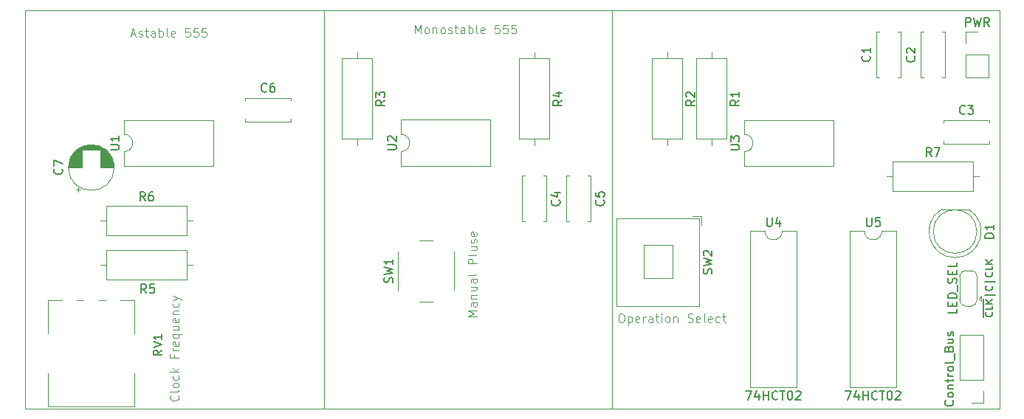
<source format=gbr>
%TF.GenerationSoftware,KiCad,Pcbnew,8.0.5*%
%TF.CreationDate,2024-10-04T10:44:53+02:00*%
%TF.ProjectId,8-bit computer,382d6269-7420-4636-9f6d-70757465722e,rev?*%
%TF.SameCoordinates,Original*%
%TF.FileFunction,Legend,Top*%
%TF.FilePolarity,Positive*%
%FSLAX46Y46*%
G04 Gerber Fmt 4.6, Leading zero omitted, Abs format (unit mm)*
G04 Created by KiCad (PCBNEW 8.0.5) date 2024-10-04 10:44:53*
%MOMM*%
%LPD*%
G01*
G04 APERTURE LIST*
%ADD10C,0.100000*%
%ADD11C,0.150000*%
%ADD12C,0.127000*%
%ADD13C,0.120000*%
G04 APERTURE END LIST*
D10*
X157212360Y-86883419D02*
X157402836Y-86883419D01*
X157402836Y-86883419D02*
X157498074Y-86931038D01*
X157498074Y-86931038D02*
X157593312Y-87026276D01*
X157593312Y-87026276D02*
X157640931Y-87216752D01*
X157640931Y-87216752D02*
X157640931Y-87550085D01*
X157640931Y-87550085D02*
X157593312Y-87740561D01*
X157593312Y-87740561D02*
X157498074Y-87835800D01*
X157498074Y-87835800D02*
X157402836Y-87883419D01*
X157402836Y-87883419D02*
X157212360Y-87883419D01*
X157212360Y-87883419D02*
X157117122Y-87835800D01*
X157117122Y-87835800D02*
X157021884Y-87740561D01*
X157021884Y-87740561D02*
X156974265Y-87550085D01*
X156974265Y-87550085D02*
X156974265Y-87216752D01*
X156974265Y-87216752D02*
X157021884Y-87026276D01*
X157021884Y-87026276D02*
X157117122Y-86931038D01*
X157117122Y-86931038D02*
X157212360Y-86883419D01*
X158069503Y-87216752D02*
X158069503Y-88216752D01*
X158069503Y-87264371D02*
X158164741Y-87216752D01*
X158164741Y-87216752D02*
X158355217Y-87216752D01*
X158355217Y-87216752D02*
X158450455Y-87264371D01*
X158450455Y-87264371D02*
X158498074Y-87311990D01*
X158498074Y-87311990D02*
X158545693Y-87407228D01*
X158545693Y-87407228D02*
X158545693Y-87692942D01*
X158545693Y-87692942D02*
X158498074Y-87788180D01*
X158498074Y-87788180D02*
X158450455Y-87835800D01*
X158450455Y-87835800D02*
X158355217Y-87883419D01*
X158355217Y-87883419D02*
X158164741Y-87883419D01*
X158164741Y-87883419D02*
X158069503Y-87835800D01*
X159355217Y-87835800D02*
X159259979Y-87883419D01*
X159259979Y-87883419D02*
X159069503Y-87883419D01*
X159069503Y-87883419D02*
X158974265Y-87835800D01*
X158974265Y-87835800D02*
X158926646Y-87740561D01*
X158926646Y-87740561D02*
X158926646Y-87359609D01*
X158926646Y-87359609D02*
X158974265Y-87264371D01*
X158974265Y-87264371D02*
X159069503Y-87216752D01*
X159069503Y-87216752D02*
X159259979Y-87216752D01*
X159259979Y-87216752D02*
X159355217Y-87264371D01*
X159355217Y-87264371D02*
X159402836Y-87359609D01*
X159402836Y-87359609D02*
X159402836Y-87454847D01*
X159402836Y-87454847D02*
X158926646Y-87550085D01*
X159831408Y-87883419D02*
X159831408Y-87216752D01*
X159831408Y-87407228D02*
X159879027Y-87311990D01*
X159879027Y-87311990D02*
X159926646Y-87264371D01*
X159926646Y-87264371D02*
X160021884Y-87216752D01*
X160021884Y-87216752D02*
X160117122Y-87216752D01*
X160879027Y-87883419D02*
X160879027Y-87359609D01*
X160879027Y-87359609D02*
X160831408Y-87264371D01*
X160831408Y-87264371D02*
X160736170Y-87216752D01*
X160736170Y-87216752D02*
X160545694Y-87216752D01*
X160545694Y-87216752D02*
X160450456Y-87264371D01*
X160879027Y-87835800D02*
X160783789Y-87883419D01*
X160783789Y-87883419D02*
X160545694Y-87883419D01*
X160545694Y-87883419D02*
X160450456Y-87835800D01*
X160450456Y-87835800D02*
X160402837Y-87740561D01*
X160402837Y-87740561D02*
X160402837Y-87645323D01*
X160402837Y-87645323D02*
X160450456Y-87550085D01*
X160450456Y-87550085D02*
X160545694Y-87502466D01*
X160545694Y-87502466D02*
X160783789Y-87502466D01*
X160783789Y-87502466D02*
X160879027Y-87454847D01*
X161212361Y-87216752D02*
X161593313Y-87216752D01*
X161355218Y-86883419D02*
X161355218Y-87740561D01*
X161355218Y-87740561D02*
X161402837Y-87835800D01*
X161402837Y-87835800D02*
X161498075Y-87883419D01*
X161498075Y-87883419D02*
X161593313Y-87883419D01*
X161926647Y-87883419D02*
X161926647Y-87216752D01*
X161926647Y-86883419D02*
X161879028Y-86931038D01*
X161879028Y-86931038D02*
X161926647Y-86978657D01*
X161926647Y-86978657D02*
X161974266Y-86931038D01*
X161974266Y-86931038D02*
X161926647Y-86883419D01*
X161926647Y-86883419D02*
X161926647Y-86978657D01*
X162545694Y-87883419D02*
X162450456Y-87835800D01*
X162450456Y-87835800D02*
X162402837Y-87788180D01*
X162402837Y-87788180D02*
X162355218Y-87692942D01*
X162355218Y-87692942D02*
X162355218Y-87407228D01*
X162355218Y-87407228D02*
X162402837Y-87311990D01*
X162402837Y-87311990D02*
X162450456Y-87264371D01*
X162450456Y-87264371D02*
X162545694Y-87216752D01*
X162545694Y-87216752D02*
X162688551Y-87216752D01*
X162688551Y-87216752D02*
X162783789Y-87264371D01*
X162783789Y-87264371D02*
X162831408Y-87311990D01*
X162831408Y-87311990D02*
X162879027Y-87407228D01*
X162879027Y-87407228D02*
X162879027Y-87692942D01*
X162879027Y-87692942D02*
X162831408Y-87788180D01*
X162831408Y-87788180D02*
X162783789Y-87835800D01*
X162783789Y-87835800D02*
X162688551Y-87883419D01*
X162688551Y-87883419D02*
X162545694Y-87883419D01*
X163307599Y-87216752D02*
X163307599Y-87883419D01*
X163307599Y-87311990D02*
X163355218Y-87264371D01*
X163355218Y-87264371D02*
X163450456Y-87216752D01*
X163450456Y-87216752D02*
X163593313Y-87216752D01*
X163593313Y-87216752D02*
X163688551Y-87264371D01*
X163688551Y-87264371D02*
X163736170Y-87359609D01*
X163736170Y-87359609D02*
X163736170Y-87883419D01*
X164926647Y-87835800D02*
X165069504Y-87883419D01*
X165069504Y-87883419D02*
X165307599Y-87883419D01*
X165307599Y-87883419D02*
X165402837Y-87835800D01*
X165402837Y-87835800D02*
X165450456Y-87788180D01*
X165450456Y-87788180D02*
X165498075Y-87692942D01*
X165498075Y-87692942D02*
X165498075Y-87597704D01*
X165498075Y-87597704D02*
X165450456Y-87502466D01*
X165450456Y-87502466D02*
X165402837Y-87454847D01*
X165402837Y-87454847D02*
X165307599Y-87407228D01*
X165307599Y-87407228D02*
X165117123Y-87359609D01*
X165117123Y-87359609D02*
X165021885Y-87311990D01*
X165021885Y-87311990D02*
X164974266Y-87264371D01*
X164974266Y-87264371D02*
X164926647Y-87169133D01*
X164926647Y-87169133D02*
X164926647Y-87073895D01*
X164926647Y-87073895D02*
X164974266Y-86978657D01*
X164974266Y-86978657D02*
X165021885Y-86931038D01*
X165021885Y-86931038D02*
X165117123Y-86883419D01*
X165117123Y-86883419D02*
X165355218Y-86883419D01*
X165355218Y-86883419D02*
X165498075Y-86931038D01*
X166307599Y-87835800D02*
X166212361Y-87883419D01*
X166212361Y-87883419D02*
X166021885Y-87883419D01*
X166021885Y-87883419D02*
X165926647Y-87835800D01*
X165926647Y-87835800D02*
X165879028Y-87740561D01*
X165879028Y-87740561D02*
X165879028Y-87359609D01*
X165879028Y-87359609D02*
X165926647Y-87264371D01*
X165926647Y-87264371D02*
X166021885Y-87216752D01*
X166021885Y-87216752D02*
X166212361Y-87216752D01*
X166212361Y-87216752D02*
X166307599Y-87264371D01*
X166307599Y-87264371D02*
X166355218Y-87359609D01*
X166355218Y-87359609D02*
X166355218Y-87454847D01*
X166355218Y-87454847D02*
X165879028Y-87550085D01*
X166926647Y-87883419D02*
X166831409Y-87835800D01*
X166831409Y-87835800D02*
X166783790Y-87740561D01*
X166783790Y-87740561D02*
X166783790Y-86883419D01*
X167688552Y-87835800D02*
X167593314Y-87883419D01*
X167593314Y-87883419D02*
X167402838Y-87883419D01*
X167402838Y-87883419D02*
X167307600Y-87835800D01*
X167307600Y-87835800D02*
X167259981Y-87740561D01*
X167259981Y-87740561D02*
X167259981Y-87359609D01*
X167259981Y-87359609D02*
X167307600Y-87264371D01*
X167307600Y-87264371D02*
X167402838Y-87216752D01*
X167402838Y-87216752D02*
X167593314Y-87216752D01*
X167593314Y-87216752D02*
X167688552Y-87264371D01*
X167688552Y-87264371D02*
X167736171Y-87359609D01*
X167736171Y-87359609D02*
X167736171Y-87454847D01*
X167736171Y-87454847D02*
X167259981Y-87550085D01*
X168593314Y-87835800D02*
X168498076Y-87883419D01*
X168498076Y-87883419D02*
X168307600Y-87883419D01*
X168307600Y-87883419D02*
X168212362Y-87835800D01*
X168212362Y-87835800D02*
X168164743Y-87788180D01*
X168164743Y-87788180D02*
X168117124Y-87692942D01*
X168117124Y-87692942D02*
X168117124Y-87407228D01*
X168117124Y-87407228D02*
X168164743Y-87311990D01*
X168164743Y-87311990D02*
X168212362Y-87264371D01*
X168212362Y-87264371D02*
X168307600Y-87216752D01*
X168307600Y-87216752D02*
X168498076Y-87216752D01*
X168498076Y-87216752D02*
X168593314Y-87264371D01*
X168879029Y-87216752D02*
X169259981Y-87216752D01*
X169021886Y-86883419D02*
X169021886Y-87740561D01*
X169021886Y-87740561D02*
X169069505Y-87835800D01*
X169069505Y-87835800D02*
X169164743Y-87883419D01*
X169164743Y-87883419D02*
X169259981Y-87883419D01*
X140715419Y-87199115D02*
X139715419Y-87199115D01*
X139715419Y-87199115D02*
X140429704Y-86865782D01*
X140429704Y-86865782D02*
X139715419Y-86532449D01*
X139715419Y-86532449D02*
X140715419Y-86532449D01*
X140715419Y-85627687D02*
X140191609Y-85627687D01*
X140191609Y-85627687D02*
X140096371Y-85675306D01*
X140096371Y-85675306D02*
X140048752Y-85770544D01*
X140048752Y-85770544D02*
X140048752Y-85961020D01*
X140048752Y-85961020D02*
X140096371Y-86056258D01*
X140667800Y-85627687D02*
X140715419Y-85722925D01*
X140715419Y-85722925D02*
X140715419Y-85961020D01*
X140715419Y-85961020D02*
X140667800Y-86056258D01*
X140667800Y-86056258D02*
X140572561Y-86103877D01*
X140572561Y-86103877D02*
X140477323Y-86103877D01*
X140477323Y-86103877D02*
X140382085Y-86056258D01*
X140382085Y-86056258D02*
X140334466Y-85961020D01*
X140334466Y-85961020D02*
X140334466Y-85722925D01*
X140334466Y-85722925D02*
X140286847Y-85627687D01*
X140048752Y-85151496D02*
X140715419Y-85151496D01*
X140143990Y-85151496D02*
X140096371Y-85103877D01*
X140096371Y-85103877D02*
X140048752Y-85008639D01*
X140048752Y-85008639D02*
X140048752Y-84865782D01*
X140048752Y-84865782D02*
X140096371Y-84770544D01*
X140096371Y-84770544D02*
X140191609Y-84722925D01*
X140191609Y-84722925D02*
X140715419Y-84722925D01*
X140048752Y-83818163D02*
X140715419Y-83818163D01*
X140048752Y-84246734D02*
X140572561Y-84246734D01*
X140572561Y-84246734D02*
X140667800Y-84199115D01*
X140667800Y-84199115D02*
X140715419Y-84103877D01*
X140715419Y-84103877D02*
X140715419Y-83961020D01*
X140715419Y-83961020D02*
X140667800Y-83865782D01*
X140667800Y-83865782D02*
X140620180Y-83818163D01*
X140715419Y-82913401D02*
X140191609Y-82913401D01*
X140191609Y-82913401D02*
X140096371Y-82961020D01*
X140096371Y-82961020D02*
X140048752Y-83056258D01*
X140048752Y-83056258D02*
X140048752Y-83246734D01*
X140048752Y-83246734D02*
X140096371Y-83341972D01*
X140667800Y-82913401D02*
X140715419Y-83008639D01*
X140715419Y-83008639D02*
X140715419Y-83246734D01*
X140715419Y-83246734D02*
X140667800Y-83341972D01*
X140667800Y-83341972D02*
X140572561Y-83389591D01*
X140572561Y-83389591D02*
X140477323Y-83389591D01*
X140477323Y-83389591D02*
X140382085Y-83341972D01*
X140382085Y-83341972D02*
X140334466Y-83246734D01*
X140334466Y-83246734D02*
X140334466Y-83008639D01*
X140334466Y-83008639D02*
X140286847Y-82913401D01*
X140715419Y-82294353D02*
X140667800Y-82389591D01*
X140667800Y-82389591D02*
X140572561Y-82437210D01*
X140572561Y-82437210D02*
X139715419Y-82437210D01*
X140715419Y-81151495D02*
X139715419Y-81151495D01*
X139715419Y-81151495D02*
X139715419Y-80770543D01*
X139715419Y-80770543D02*
X139763038Y-80675305D01*
X139763038Y-80675305D02*
X139810657Y-80627686D01*
X139810657Y-80627686D02*
X139905895Y-80580067D01*
X139905895Y-80580067D02*
X140048752Y-80580067D01*
X140048752Y-80580067D02*
X140143990Y-80627686D01*
X140143990Y-80627686D02*
X140191609Y-80675305D01*
X140191609Y-80675305D02*
X140239228Y-80770543D01*
X140239228Y-80770543D02*
X140239228Y-81151495D01*
X140715419Y-80008638D02*
X140667800Y-80103876D01*
X140667800Y-80103876D02*
X140572561Y-80151495D01*
X140572561Y-80151495D02*
X139715419Y-80151495D01*
X140048752Y-79199114D02*
X140715419Y-79199114D01*
X140048752Y-79627685D02*
X140572561Y-79627685D01*
X140572561Y-79627685D02*
X140667800Y-79580066D01*
X140667800Y-79580066D02*
X140715419Y-79484828D01*
X140715419Y-79484828D02*
X140715419Y-79341971D01*
X140715419Y-79341971D02*
X140667800Y-79246733D01*
X140667800Y-79246733D02*
X140620180Y-79199114D01*
X140667800Y-78770542D02*
X140715419Y-78675304D01*
X140715419Y-78675304D02*
X140715419Y-78484828D01*
X140715419Y-78484828D02*
X140667800Y-78389590D01*
X140667800Y-78389590D02*
X140572561Y-78341971D01*
X140572561Y-78341971D02*
X140524942Y-78341971D01*
X140524942Y-78341971D02*
X140429704Y-78389590D01*
X140429704Y-78389590D02*
X140382085Y-78484828D01*
X140382085Y-78484828D02*
X140382085Y-78627685D01*
X140382085Y-78627685D02*
X140334466Y-78722923D01*
X140334466Y-78722923D02*
X140239228Y-78770542D01*
X140239228Y-78770542D02*
X140191609Y-78770542D01*
X140191609Y-78770542D02*
X140096371Y-78722923D01*
X140096371Y-78722923D02*
X140048752Y-78627685D01*
X140048752Y-78627685D02*
X140048752Y-78484828D01*
X140048752Y-78484828D02*
X140096371Y-78389590D01*
X140667800Y-77532447D02*
X140715419Y-77627685D01*
X140715419Y-77627685D02*
X140715419Y-77818161D01*
X140715419Y-77818161D02*
X140667800Y-77913399D01*
X140667800Y-77913399D02*
X140572561Y-77961018D01*
X140572561Y-77961018D02*
X140191609Y-77961018D01*
X140191609Y-77961018D02*
X140096371Y-77913399D01*
X140096371Y-77913399D02*
X140048752Y-77818161D01*
X140048752Y-77818161D02*
X140048752Y-77627685D01*
X140048752Y-77627685D02*
X140096371Y-77532447D01*
X140096371Y-77532447D02*
X140191609Y-77484828D01*
X140191609Y-77484828D02*
X140286847Y-77484828D01*
X140286847Y-77484828D02*
X140382085Y-77961018D01*
X106457180Y-96279687D02*
X106504800Y-96327306D01*
X106504800Y-96327306D02*
X106552419Y-96470163D01*
X106552419Y-96470163D02*
X106552419Y-96565401D01*
X106552419Y-96565401D02*
X106504800Y-96708258D01*
X106504800Y-96708258D02*
X106409561Y-96803496D01*
X106409561Y-96803496D02*
X106314323Y-96851115D01*
X106314323Y-96851115D02*
X106123847Y-96898734D01*
X106123847Y-96898734D02*
X105980990Y-96898734D01*
X105980990Y-96898734D02*
X105790514Y-96851115D01*
X105790514Y-96851115D02*
X105695276Y-96803496D01*
X105695276Y-96803496D02*
X105600038Y-96708258D01*
X105600038Y-96708258D02*
X105552419Y-96565401D01*
X105552419Y-96565401D02*
X105552419Y-96470163D01*
X105552419Y-96470163D02*
X105600038Y-96327306D01*
X105600038Y-96327306D02*
X105647657Y-96279687D01*
X106552419Y-95708258D02*
X106504800Y-95803496D01*
X106504800Y-95803496D02*
X106409561Y-95851115D01*
X106409561Y-95851115D02*
X105552419Y-95851115D01*
X106552419Y-95184448D02*
X106504800Y-95279686D01*
X106504800Y-95279686D02*
X106457180Y-95327305D01*
X106457180Y-95327305D02*
X106361942Y-95374924D01*
X106361942Y-95374924D02*
X106076228Y-95374924D01*
X106076228Y-95374924D02*
X105980990Y-95327305D01*
X105980990Y-95327305D02*
X105933371Y-95279686D01*
X105933371Y-95279686D02*
X105885752Y-95184448D01*
X105885752Y-95184448D02*
X105885752Y-95041591D01*
X105885752Y-95041591D02*
X105933371Y-94946353D01*
X105933371Y-94946353D02*
X105980990Y-94898734D01*
X105980990Y-94898734D02*
X106076228Y-94851115D01*
X106076228Y-94851115D02*
X106361942Y-94851115D01*
X106361942Y-94851115D02*
X106457180Y-94898734D01*
X106457180Y-94898734D02*
X106504800Y-94946353D01*
X106504800Y-94946353D02*
X106552419Y-95041591D01*
X106552419Y-95041591D02*
X106552419Y-95184448D01*
X106504800Y-93993972D02*
X106552419Y-94089210D01*
X106552419Y-94089210D02*
X106552419Y-94279686D01*
X106552419Y-94279686D02*
X106504800Y-94374924D01*
X106504800Y-94374924D02*
X106457180Y-94422543D01*
X106457180Y-94422543D02*
X106361942Y-94470162D01*
X106361942Y-94470162D02*
X106076228Y-94470162D01*
X106076228Y-94470162D02*
X105980990Y-94422543D01*
X105980990Y-94422543D02*
X105933371Y-94374924D01*
X105933371Y-94374924D02*
X105885752Y-94279686D01*
X105885752Y-94279686D02*
X105885752Y-94089210D01*
X105885752Y-94089210D02*
X105933371Y-93993972D01*
X106552419Y-93565400D02*
X105552419Y-93565400D01*
X106171466Y-93470162D02*
X106552419Y-93184448D01*
X105885752Y-93184448D02*
X106266704Y-93565400D01*
X106028609Y-91660638D02*
X106028609Y-91993971D01*
X106552419Y-91993971D02*
X105552419Y-91993971D01*
X105552419Y-91993971D02*
X105552419Y-91517781D01*
X106552419Y-91136828D02*
X105885752Y-91136828D01*
X106076228Y-91136828D02*
X105980990Y-91089209D01*
X105980990Y-91089209D02*
X105933371Y-91041590D01*
X105933371Y-91041590D02*
X105885752Y-90946352D01*
X105885752Y-90946352D02*
X105885752Y-90851114D01*
X106504800Y-90136828D02*
X106552419Y-90232066D01*
X106552419Y-90232066D02*
X106552419Y-90422542D01*
X106552419Y-90422542D02*
X106504800Y-90517780D01*
X106504800Y-90517780D02*
X106409561Y-90565399D01*
X106409561Y-90565399D02*
X106028609Y-90565399D01*
X106028609Y-90565399D02*
X105933371Y-90517780D01*
X105933371Y-90517780D02*
X105885752Y-90422542D01*
X105885752Y-90422542D02*
X105885752Y-90232066D01*
X105885752Y-90232066D02*
X105933371Y-90136828D01*
X105933371Y-90136828D02*
X106028609Y-90089209D01*
X106028609Y-90089209D02*
X106123847Y-90089209D01*
X106123847Y-90089209D02*
X106219085Y-90565399D01*
X105885752Y-89232066D02*
X106885752Y-89232066D01*
X106504800Y-89232066D02*
X106552419Y-89327304D01*
X106552419Y-89327304D02*
X106552419Y-89517780D01*
X106552419Y-89517780D02*
X106504800Y-89613018D01*
X106504800Y-89613018D02*
X106457180Y-89660637D01*
X106457180Y-89660637D02*
X106361942Y-89708256D01*
X106361942Y-89708256D02*
X106076228Y-89708256D01*
X106076228Y-89708256D02*
X105980990Y-89660637D01*
X105980990Y-89660637D02*
X105933371Y-89613018D01*
X105933371Y-89613018D02*
X105885752Y-89517780D01*
X105885752Y-89517780D02*
X105885752Y-89327304D01*
X105885752Y-89327304D02*
X105933371Y-89232066D01*
X105885752Y-88327304D02*
X106552419Y-88327304D01*
X105885752Y-88755875D02*
X106409561Y-88755875D01*
X106409561Y-88755875D02*
X106504800Y-88708256D01*
X106504800Y-88708256D02*
X106552419Y-88613018D01*
X106552419Y-88613018D02*
X106552419Y-88470161D01*
X106552419Y-88470161D02*
X106504800Y-88374923D01*
X106504800Y-88374923D02*
X106457180Y-88327304D01*
X106504800Y-87470161D02*
X106552419Y-87565399D01*
X106552419Y-87565399D02*
X106552419Y-87755875D01*
X106552419Y-87755875D02*
X106504800Y-87851113D01*
X106504800Y-87851113D02*
X106409561Y-87898732D01*
X106409561Y-87898732D02*
X106028609Y-87898732D01*
X106028609Y-87898732D02*
X105933371Y-87851113D01*
X105933371Y-87851113D02*
X105885752Y-87755875D01*
X105885752Y-87755875D02*
X105885752Y-87565399D01*
X105885752Y-87565399D02*
X105933371Y-87470161D01*
X105933371Y-87470161D02*
X106028609Y-87422542D01*
X106028609Y-87422542D02*
X106123847Y-87422542D01*
X106123847Y-87422542D02*
X106219085Y-87898732D01*
X105885752Y-86993970D02*
X106552419Y-86993970D01*
X105980990Y-86993970D02*
X105933371Y-86946351D01*
X105933371Y-86946351D02*
X105885752Y-86851113D01*
X105885752Y-86851113D02*
X105885752Y-86708256D01*
X105885752Y-86708256D02*
X105933371Y-86613018D01*
X105933371Y-86613018D02*
X106028609Y-86565399D01*
X106028609Y-86565399D02*
X106552419Y-86565399D01*
X106504800Y-85660637D02*
X106552419Y-85755875D01*
X106552419Y-85755875D02*
X106552419Y-85946351D01*
X106552419Y-85946351D02*
X106504800Y-86041589D01*
X106504800Y-86041589D02*
X106457180Y-86089208D01*
X106457180Y-86089208D02*
X106361942Y-86136827D01*
X106361942Y-86136827D02*
X106076228Y-86136827D01*
X106076228Y-86136827D02*
X105980990Y-86089208D01*
X105980990Y-86089208D02*
X105933371Y-86041589D01*
X105933371Y-86041589D02*
X105885752Y-85946351D01*
X105885752Y-85946351D02*
X105885752Y-85755875D01*
X105885752Y-85755875D02*
X105933371Y-85660637D01*
X105885752Y-85327303D02*
X106552419Y-85089208D01*
X105885752Y-84851113D02*
X106552419Y-85089208D01*
X106552419Y-85089208D02*
X106790514Y-85184446D01*
X106790514Y-85184446D02*
X106838133Y-85232065D01*
X106838133Y-85232065D02*
X106885752Y-85327303D01*
X133653884Y-54736419D02*
X133653884Y-53736419D01*
X133653884Y-53736419D02*
X133987217Y-54450704D01*
X133987217Y-54450704D02*
X134320550Y-53736419D01*
X134320550Y-53736419D02*
X134320550Y-54736419D01*
X134939598Y-54736419D02*
X134844360Y-54688800D01*
X134844360Y-54688800D02*
X134796741Y-54641180D01*
X134796741Y-54641180D02*
X134749122Y-54545942D01*
X134749122Y-54545942D02*
X134749122Y-54260228D01*
X134749122Y-54260228D02*
X134796741Y-54164990D01*
X134796741Y-54164990D02*
X134844360Y-54117371D01*
X134844360Y-54117371D02*
X134939598Y-54069752D01*
X134939598Y-54069752D02*
X135082455Y-54069752D01*
X135082455Y-54069752D02*
X135177693Y-54117371D01*
X135177693Y-54117371D02*
X135225312Y-54164990D01*
X135225312Y-54164990D02*
X135272931Y-54260228D01*
X135272931Y-54260228D02*
X135272931Y-54545942D01*
X135272931Y-54545942D02*
X135225312Y-54641180D01*
X135225312Y-54641180D02*
X135177693Y-54688800D01*
X135177693Y-54688800D02*
X135082455Y-54736419D01*
X135082455Y-54736419D02*
X134939598Y-54736419D01*
X135701503Y-54069752D02*
X135701503Y-54736419D01*
X135701503Y-54164990D02*
X135749122Y-54117371D01*
X135749122Y-54117371D02*
X135844360Y-54069752D01*
X135844360Y-54069752D02*
X135987217Y-54069752D01*
X135987217Y-54069752D02*
X136082455Y-54117371D01*
X136082455Y-54117371D02*
X136130074Y-54212609D01*
X136130074Y-54212609D02*
X136130074Y-54736419D01*
X136749122Y-54736419D02*
X136653884Y-54688800D01*
X136653884Y-54688800D02*
X136606265Y-54641180D01*
X136606265Y-54641180D02*
X136558646Y-54545942D01*
X136558646Y-54545942D02*
X136558646Y-54260228D01*
X136558646Y-54260228D02*
X136606265Y-54164990D01*
X136606265Y-54164990D02*
X136653884Y-54117371D01*
X136653884Y-54117371D02*
X136749122Y-54069752D01*
X136749122Y-54069752D02*
X136891979Y-54069752D01*
X136891979Y-54069752D02*
X136987217Y-54117371D01*
X136987217Y-54117371D02*
X137034836Y-54164990D01*
X137034836Y-54164990D02*
X137082455Y-54260228D01*
X137082455Y-54260228D02*
X137082455Y-54545942D01*
X137082455Y-54545942D02*
X137034836Y-54641180D01*
X137034836Y-54641180D02*
X136987217Y-54688800D01*
X136987217Y-54688800D02*
X136891979Y-54736419D01*
X136891979Y-54736419D02*
X136749122Y-54736419D01*
X137463408Y-54688800D02*
X137558646Y-54736419D01*
X137558646Y-54736419D02*
X137749122Y-54736419D01*
X137749122Y-54736419D02*
X137844360Y-54688800D01*
X137844360Y-54688800D02*
X137891979Y-54593561D01*
X137891979Y-54593561D02*
X137891979Y-54545942D01*
X137891979Y-54545942D02*
X137844360Y-54450704D01*
X137844360Y-54450704D02*
X137749122Y-54403085D01*
X137749122Y-54403085D02*
X137606265Y-54403085D01*
X137606265Y-54403085D02*
X137511027Y-54355466D01*
X137511027Y-54355466D02*
X137463408Y-54260228D01*
X137463408Y-54260228D02*
X137463408Y-54212609D01*
X137463408Y-54212609D02*
X137511027Y-54117371D01*
X137511027Y-54117371D02*
X137606265Y-54069752D01*
X137606265Y-54069752D02*
X137749122Y-54069752D01*
X137749122Y-54069752D02*
X137844360Y-54117371D01*
X138177694Y-54069752D02*
X138558646Y-54069752D01*
X138320551Y-53736419D02*
X138320551Y-54593561D01*
X138320551Y-54593561D02*
X138368170Y-54688800D01*
X138368170Y-54688800D02*
X138463408Y-54736419D01*
X138463408Y-54736419D02*
X138558646Y-54736419D01*
X139320551Y-54736419D02*
X139320551Y-54212609D01*
X139320551Y-54212609D02*
X139272932Y-54117371D01*
X139272932Y-54117371D02*
X139177694Y-54069752D01*
X139177694Y-54069752D02*
X138987218Y-54069752D01*
X138987218Y-54069752D02*
X138891980Y-54117371D01*
X139320551Y-54688800D02*
X139225313Y-54736419D01*
X139225313Y-54736419D02*
X138987218Y-54736419D01*
X138987218Y-54736419D02*
X138891980Y-54688800D01*
X138891980Y-54688800D02*
X138844361Y-54593561D01*
X138844361Y-54593561D02*
X138844361Y-54498323D01*
X138844361Y-54498323D02*
X138891980Y-54403085D01*
X138891980Y-54403085D02*
X138987218Y-54355466D01*
X138987218Y-54355466D02*
X139225313Y-54355466D01*
X139225313Y-54355466D02*
X139320551Y-54307847D01*
X139796742Y-54736419D02*
X139796742Y-53736419D01*
X139796742Y-54117371D02*
X139891980Y-54069752D01*
X139891980Y-54069752D02*
X140082456Y-54069752D01*
X140082456Y-54069752D02*
X140177694Y-54117371D01*
X140177694Y-54117371D02*
X140225313Y-54164990D01*
X140225313Y-54164990D02*
X140272932Y-54260228D01*
X140272932Y-54260228D02*
X140272932Y-54545942D01*
X140272932Y-54545942D02*
X140225313Y-54641180D01*
X140225313Y-54641180D02*
X140177694Y-54688800D01*
X140177694Y-54688800D02*
X140082456Y-54736419D01*
X140082456Y-54736419D02*
X139891980Y-54736419D01*
X139891980Y-54736419D02*
X139796742Y-54688800D01*
X140844361Y-54736419D02*
X140749123Y-54688800D01*
X140749123Y-54688800D02*
X140701504Y-54593561D01*
X140701504Y-54593561D02*
X140701504Y-53736419D01*
X141606266Y-54688800D02*
X141511028Y-54736419D01*
X141511028Y-54736419D02*
X141320552Y-54736419D01*
X141320552Y-54736419D02*
X141225314Y-54688800D01*
X141225314Y-54688800D02*
X141177695Y-54593561D01*
X141177695Y-54593561D02*
X141177695Y-54212609D01*
X141177695Y-54212609D02*
X141225314Y-54117371D01*
X141225314Y-54117371D02*
X141320552Y-54069752D01*
X141320552Y-54069752D02*
X141511028Y-54069752D01*
X141511028Y-54069752D02*
X141606266Y-54117371D01*
X141606266Y-54117371D02*
X141653885Y-54212609D01*
X141653885Y-54212609D02*
X141653885Y-54307847D01*
X141653885Y-54307847D02*
X141177695Y-54403085D01*
X143320552Y-53736419D02*
X142844362Y-53736419D01*
X142844362Y-53736419D02*
X142796743Y-54212609D01*
X142796743Y-54212609D02*
X142844362Y-54164990D01*
X142844362Y-54164990D02*
X142939600Y-54117371D01*
X142939600Y-54117371D02*
X143177695Y-54117371D01*
X143177695Y-54117371D02*
X143272933Y-54164990D01*
X143272933Y-54164990D02*
X143320552Y-54212609D01*
X143320552Y-54212609D02*
X143368171Y-54307847D01*
X143368171Y-54307847D02*
X143368171Y-54545942D01*
X143368171Y-54545942D02*
X143320552Y-54641180D01*
X143320552Y-54641180D02*
X143272933Y-54688800D01*
X143272933Y-54688800D02*
X143177695Y-54736419D01*
X143177695Y-54736419D02*
X142939600Y-54736419D01*
X142939600Y-54736419D02*
X142844362Y-54688800D01*
X142844362Y-54688800D02*
X142796743Y-54641180D01*
X144272933Y-53736419D02*
X143796743Y-53736419D01*
X143796743Y-53736419D02*
X143749124Y-54212609D01*
X143749124Y-54212609D02*
X143796743Y-54164990D01*
X143796743Y-54164990D02*
X143891981Y-54117371D01*
X143891981Y-54117371D02*
X144130076Y-54117371D01*
X144130076Y-54117371D02*
X144225314Y-54164990D01*
X144225314Y-54164990D02*
X144272933Y-54212609D01*
X144272933Y-54212609D02*
X144320552Y-54307847D01*
X144320552Y-54307847D02*
X144320552Y-54545942D01*
X144320552Y-54545942D02*
X144272933Y-54641180D01*
X144272933Y-54641180D02*
X144225314Y-54688800D01*
X144225314Y-54688800D02*
X144130076Y-54736419D01*
X144130076Y-54736419D02*
X143891981Y-54736419D01*
X143891981Y-54736419D02*
X143796743Y-54688800D01*
X143796743Y-54688800D02*
X143749124Y-54641180D01*
X145225314Y-53736419D02*
X144749124Y-53736419D01*
X144749124Y-53736419D02*
X144701505Y-54212609D01*
X144701505Y-54212609D02*
X144749124Y-54164990D01*
X144749124Y-54164990D02*
X144844362Y-54117371D01*
X144844362Y-54117371D02*
X145082457Y-54117371D01*
X145082457Y-54117371D02*
X145177695Y-54164990D01*
X145177695Y-54164990D02*
X145225314Y-54212609D01*
X145225314Y-54212609D02*
X145272933Y-54307847D01*
X145272933Y-54307847D02*
X145272933Y-54545942D01*
X145272933Y-54545942D02*
X145225314Y-54641180D01*
X145225314Y-54641180D02*
X145177695Y-54688800D01*
X145177695Y-54688800D02*
X145082457Y-54736419D01*
X145082457Y-54736419D02*
X144844362Y-54736419D01*
X144844362Y-54736419D02*
X144749124Y-54688800D01*
X144749124Y-54688800D02*
X144701505Y-54641180D01*
X101094265Y-54831704D02*
X101570455Y-54831704D01*
X100999027Y-55117419D02*
X101332360Y-54117419D01*
X101332360Y-54117419D02*
X101665693Y-55117419D01*
X101951408Y-55069800D02*
X102046646Y-55117419D01*
X102046646Y-55117419D02*
X102237122Y-55117419D01*
X102237122Y-55117419D02*
X102332360Y-55069800D01*
X102332360Y-55069800D02*
X102379979Y-54974561D01*
X102379979Y-54974561D02*
X102379979Y-54926942D01*
X102379979Y-54926942D02*
X102332360Y-54831704D01*
X102332360Y-54831704D02*
X102237122Y-54784085D01*
X102237122Y-54784085D02*
X102094265Y-54784085D01*
X102094265Y-54784085D02*
X101999027Y-54736466D01*
X101999027Y-54736466D02*
X101951408Y-54641228D01*
X101951408Y-54641228D02*
X101951408Y-54593609D01*
X101951408Y-54593609D02*
X101999027Y-54498371D01*
X101999027Y-54498371D02*
X102094265Y-54450752D01*
X102094265Y-54450752D02*
X102237122Y-54450752D01*
X102237122Y-54450752D02*
X102332360Y-54498371D01*
X102665694Y-54450752D02*
X103046646Y-54450752D01*
X102808551Y-54117419D02*
X102808551Y-54974561D01*
X102808551Y-54974561D02*
X102856170Y-55069800D01*
X102856170Y-55069800D02*
X102951408Y-55117419D01*
X102951408Y-55117419D02*
X103046646Y-55117419D01*
X103808551Y-55117419D02*
X103808551Y-54593609D01*
X103808551Y-54593609D02*
X103760932Y-54498371D01*
X103760932Y-54498371D02*
X103665694Y-54450752D01*
X103665694Y-54450752D02*
X103475218Y-54450752D01*
X103475218Y-54450752D02*
X103379980Y-54498371D01*
X103808551Y-55069800D02*
X103713313Y-55117419D01*
X103713313Y-55117419D02*
X103475218Y-55117419D01*
X103475218Y-55117419D02*
X103379980Y-55069800D01*
X103379980Y-55069800D02*
X103332361Y-54974561D01*
X103332361Y-54974561D02*
X103332361Y-54879323D01*
X103332361Y-54879323D02*
X103379980Y-54784085D01*
X103379980Y-54784085D02*
X103475218Y-54736466D01*
X103475218Y-54736466D02*
X103713313Y-54736466D01*
X103713313Y-54736466D02*
X103808551Y-54688847D01*
X104284742Y-55117419D02*
X104284742Y-54117419D01*
X104284742Y-54498371D02*
X104379980Y-54450752D01*
X104379980Y-54450752D02*
X104570456Y-54450752D01*
X104570456Y-54450752D02*
X104665694Y-54498371D01*
X104665694Y-54498371D02*
X104713313Y-54545990D01*
X104713313Y-54545990D02*
X104760932Y-54641228D01*
X104760932Y-54641228D02*
X104760932Y-54926942D01*
X104760932Y-54926942D02*
X104713313Y-55022180D01*
X104713313Y-55022180D02*
X104665694Y-55069800D01*
X104665694Y-55069800D02*
X104570456Y-55117419D01*
X104570456Y-55117419D02*
X104379980Y-55117419D01*
X104379980Y-55117419D02*
X104284742Y-55069800D01*
X105332361Y-55117419D02*
X105237123Y-55069800D01*
X105237123Y-55069800D02*
X105189504Y-54974561D01*
X105189504Y-54974561D02*
X105189504Y-54117419D01*
X106094266Y-55069800D02*
X105999028Y-55117419D01*
X105999028Y-55117419D02*
X105808552Y-55117419D01*
X105808552Y-55117419D02*
X105713314Y-55069800D01*
X105713314Y-55069800D02*
X105665695Y-54974561D01*
X105665695Y-54974561D02*
X105665695Y-54593609D01*
X105665695Y-54593609D02*
X105713314Y-54498371D01*
X105713314Y-54498371D02*
X105808552Y-54450752D01*
X105808552Y-54450752D02*
X105999028Y-54450752D01*
X105999028Y-54450752D02*
X106094266Y-54498371D01*
X106094266Y-54498371D02*
X106141885Y-54593609D01*
X106141885Y-54593609D02*
X106141885Y-54688847D01*
X106141885Y-54688847D02*
X105665695Y-54784085D01*
X107808552Y-54117419D02*
X107332362Y-54117419D01*
X107332362Y-54117419D02*
X107284743Y-54593609D01*
X107284743Y-54593609D02*
X107332362Y-54545990D01*
X107332362Y-54545990D02*
X107427600Y-54498371D01*
X107427600Y-54498371D02*
X107665695Y-54498371D01*
X107665695Y-54498371D02*
X107760933Y-54545990D01*
X107760933Y-54545990D02*
X107808552Y-54593609D01*
X107808552Y-54593609D02*
X107856171Y-54688847D01*
X107856171Y-54688847D02*
X107856171Y-54926942D01*
X107856171Y-54926942D02*
X107808552Y-55022180D01*
X107808552Y-55022180D02*
X107760933Y-55069800D01*
X107760933Y-55069800D02*
X107665695Y-55117419D01*
X107665695Y-55117419D02*
X107427600Y-55117419D01*
X107427600Y-55117419D02*
X107332362Y-55069800D01*
X107332362Y-55069800D02*
X107284743Y-55022180D01*
X108760933Y-54117419D02*
X108284743Y-54117419D01*
X108284743Y-54117419D02*
X108237124Y-54593609D01*
X108237124Y-54593609D02*
X108284743Y-54545990D01*
X108284743Y-54545990D02*
X108379981Y-54498371D01*
X108379981Y-54498371D02*
X108618076Y-54498371D01*
X108618076Y-54498371D02*
X108713314Y-54545990D01*
X108713314Y-54545990D02*
X108760933Y-54593609D01*
X108760933Y-54593609D02*
X108808552Y-54688847D01*
X108808552Y-54688847D02*
X108808552Y-54926942D01*
X108808552Y-54926942D02*
X108760933Y-55022180D01*
X108760933Y-55022180D02*
X108713314Y-55069800D01*
X108713314Y-55069800D02*
X108618076Y-55117419D01*
X108618076Y-55117419D02*
X108379981Y-55117419D01*
X108379981Y-55117419D02*
X108284743Y-55069800D01*
X108284743Y-55069800D02*
X108237124Y-55022180D01*
X109713314Y-54117419D02*
X109237124Y-54117419D01*
X109237124Y-54117419D02*
X109189505Y-54593609D01*
X109189505Y-54593609D02*
X109237124Y-54545990D01*
X109237124Y-54545990D02*
X109332362Y-54498371D01*
X109332362Y-54498371D02*
X109570457Y-54498371D01*
X109570457Y-54498371D02*
X109665695Y-54545990D01*
X109665695Y-54545990D02*
X109713314Y-54593609D01*
X109713314Y-54593609D02*
X109760933Y-54688847D01*
X109760933Y-54688847D02*
X109760933Y-54926942D01*
X109760933Y-54926942D02*
X109713314Y-55022180D01*
X109713314Y-55022180D02*
X109665695Y-55069800D01*
X109665695Y-55069800D02*
X109570457Y-55117419D01*
X109570457Y-55117419D02*
X109332362Y-55117419D01*
X109332362Y-55117419D02*
X109237124Y-55069800D01*
X109237124Y-55069800D02*
X109189505Y-55022180D01*
X88900000Y-52070000D02*
X123190000Y-52070000D01*
X123190000Y-97790000D01*
X88900000Y-97790000D01*
X88900000Y-52070000D01*
X123190000Y-52070000D02*
X156210000Y-52070000D01*
X156210000Y-97790000D01*
X123190000Y-97790000D01*
X123190000Y-52070000D01*
X156210000Y-52070000D02*
X200660000Y-52070000D01*
X200660000Y-97790000D01*
X156210000Y-97790000D01*
X156210000Y-52070000D01*
D11*
X195758819Y-86334143D02*
X195758819Y-86810333D01*
X195758819Y-86810333D02*
X194758819Y-86810333D01*
X195235009Y-86000809D02*
X195235009Y-85667476D01*
X195758819Y-85524619D02*
X195758819Y-86000809D01*
X195758819Y-86000809D02*
X194758819Y-86000809D01*
X194758819Y-86000809D02*
X194758819Y-85524619D01*
X195758819Y-85096047D02*
X194758819Y-85096047D01*
X194758819Y-85096047D02*
X194758819Y-84857952D01*
X194758819Y-84857952D02*
X194806438Y-84715095D01*
X194806438Y-84715095D02*
X194901676Y-84619857D01*
X194901676Y-84619857D02*
X194996914Y-84572238D01*
X194996914Y-84572238D02*
X195187390Y-84524619D01*
X195187390Y-84524619D02*
X195330247Y-84524619D01*
X195330247Y-84524619D02*
X195520723Y-84572238D01*
X195520723Y-84572238D02*
X195615961Y-84619857D01*
X195615961Y-84619857D02*
X195711200Y-84715095D01*
X195711200Y-84715095D02*
X195758819Y-84857952D01*
X195758819Y-84857952D02*
X195758819Y-85096047D01*
X195854057Y-84334143D02*
X195854057Y-83572238D01*
X195711200Y-83381761D02*
X195758819Y-83238904D01*
X195758819Y-83238904D02*
X195758819Y-83000809D01*
X195758819Y-83000809D02*
X195711200Y-82905571D01*
X195711200Y-82905571D02*
X195663580Y-82857952D01*
X195663580Y-82857952D02*
X195568342Y-82810333D01*
X195568342Y-82810333D02*
X195473104Y-82810333D01*
X195473104Y-82810333D02*
X195377866Y-82857952D01*
X195377866Y-82857952D02*
X195330247Y-82905571D01*
X195330247Y-82905571D02*
X195282628Y-83000809D01*
X195282628Y-83000809D02*
X195235009Y-83191285D01*
X195235009Y-83191285D02*
X195187390Y-83286523D01*
X195187390Y-83286523D02*
X195139771Y-83334142D01*
X195139771Y-83334142D02*
X195044533Y-83381761D01*
X195044533Y-83381761D02*
X194949295Y-83381761D01*
X194949295Y-83381761D02*
X194854057Y-83334142D01*
X194854057Y-83334142D02*
X194806438Y-83286523D01*
X194806438Y-83286523D02*
X194758819Y-83191285D01*
X194758819Y-83191285D02*
X194758819Y-82953190D01*
X194758819Y-82953190D02*
X194806438Y-82810333D01*
X195235009Y-82381761D02*
X195235009Y-82048428D01*
X195758819Y-81905571D02*
X195758819Y-82381761D01*
X195758819Y-82381761D02*
X194758819Y-82381761D01*
X194758819Y-82381761D02*
X194758819Y-81905571D01*
X195758819Y-81000809D02*
X195758819Y-81476999D01*
X195758819Y-81476999D02*
X194758819Y-81476999D01*
D12*
X199804338Y-86739250D02*
X199842438Y-86777350D01*
X199842438Y-86777350D02*
X199880538Y-86891650D01*
X199880538Y-86891650D02*
X199880538Y-86967850D01*
X199880538Y-86967850D02*
X199842438Y-87082150D01*
X199842438Y-87082150D02*
X199766238Y-87158350D01*
X199766238Y-87158350D02*
X199690038Y-87196450D01*
X199690038Y-87196450D02*
X199537638Y-87234550D01*
X199537638Y-87234550D02*
X199423338Y-87234550D01*
X199423338Y-87234550D02*
X199270938Y-87196450D01*
X199270938Y-87196450D02*
X199194738Y-87158350D01*
X199194738Y-87158350D02*
X199118538Y-87082150D01*
X199118538Y-87082150D02*
X199080438Y-86967850D01*
X199080438Y-86967850D02*
X199080438Y-86891650D01*
X199080438Y-86891650D02*
X199118538Y-86777350D01*
X199118538Y-86777350D02*
X199156638Y-86739250D01*
X199880538Y-86015350D02*
X199880538Y-86396350D01*
X199880538Y-86396350D02*
X199080438Y-86396350D01*
X199880538Y-85748650D02*
X199080438Y-85748650D01*
X199880538Y-85291450D02*
X199423338Y-85634350D01*
X199080438Y-85291450D02*
X199537638Y-85748650D01*
X198858315Y-87306940D02*
X198858315Y-85219060D01*
X200147238Y-84758050D02*
X199004238Y-84758050D01*
X199804338Y-83729350D02*
X199842438Y-83767450D01*
X199842438Y-83767450D02*
X199880538Y-83881750D01*
X199880538Y-83881750D02*
X199880538Y-83957950D01*
X199880538Y-83957950D02*
X199842438Y-84072250D01*
X199842438Y-84072250D02*
X199766238Y-84148450D01*
X199766238Y-84148450D02*
X199690038Y-84186550D01*
X199690038Y-84186550D02*
X199537638Y-84224650D01*
X199537638Y-84224650D02*
X199423338Y-84224650D01*
X199423338Y-84224650D02*
X199270938Y-84186550D01*
X199270938Y-84186550D02*
X199194738Y-84148450D01*
X199194738Y-84148450D02*
X199118538Y-84072250D01*
X199118538Y-84072250D02*
X199080438Y-83957950D01*
X199080438Y-83957950D02*
X199080438Y-83881750D01*
X199080438Y-83881750D02*
X199118538Y-83767450D01*
X199118538Y-83767450D02*
X199156638Y-83729350D01*
X200147238Y-83195950D02*
X199004238Y-83195950D01*
X199804338Y-82167250D02*
X199842438Y-82205350D01*
X199842438Y-82205350D02*
X199880538Y-82319650D01*
X199880538Y-82319650D02*
X199880538Y-82395850D01*
X199880538Y-82395850D02*
X199842438Y-82510150D01*
X199842438Y-82510150D02*
X199766238Y-82586350D01*
X199766238Y-82586350D02*
X199690038Y-82624450D01*
X199690038Y-82624450D02*
X199537638Y-82662550D01*
X199537638Y-82662550D02*
X199423338Y-82662550D01*
X199423338Y-82662550D02*
X199270938Y-82624450D01*
X199270938Y-82624450D02*
X199194738Y-82586350D01*
X199194738Y-82586350D02*
X199118538Y-82510150D01*
X199118538Y-82510150D02*
X199080438Y-82395850D01*
X199080438Y-82395850D02*
X199080438Y-82319650D01*
X199080438Y-82319650D02*
X199118538Y-82205350D01*
X199118538Y-82205350D02*
X199156638Y-82167250D01*
X199880538Y-81443350D02*
X199880538Y-81824350D01*
X199880538Y-81824350D02*
X199080438Y-81824350D01*
X199880538Y-81176650D02*
X199080438Y-81176650D01*
X199880538Y-80719450D02*
X199423338Y-81062350D01*
X199080438Y-80719450D02*
X199537638Y-81176650D01*
D11*
X185433095Y-75864819D02*
X185433095Y-76674342D01*
X185433095Y-76674342D02*
X185480714Y-76769580D01*
X185480714Y-76769580D02*
X185528333Y-76817200D01*
X185528333Y-76817200D02*
X185623571Y-76864819D01*
X185623571Y-76864819D02*
X185814047Y-76864819D01*
X185814047Y-76864819D02*
X185909285Y-76817200D01*
X185909285Y-76817200D02*
X185956904Y-76769580D01*
X185956904Y-76769580D02*
X186004523Y-76674342D01*
X186004523Y-76674342D02*
X186004523Y-75864819D01*
X186956904Y-75864819D02*
X186480714Y-75864819D01*
X186480714Y-75864819D02*
X186433095Y-76341009D01*
X186433095Y-76341009D02*
X186480714Y-76293390D01*
X186480714Y-76293390D02*
X186575952Y-76245771D01*
X186575952Y-76245771D02*
X186814047Y-76245771D01*
X186814047Y-76245771D02*
X186909285Y-76293390D01*
X186909285Y-76293390D02*
X186956904Y-76341009D01*
X186956904Y-76341009D02*
X187004523Y-76436247D01*
X187004523Y-76436247D02*
X187004523Y-76674342D01*
X187004523Y-76674342D02*
X186956904Y-76769580D01*
X186956904Y-76769580D02*
X186909285Y-76817200D01*
X186909285Y-76817200D02*
X186814047Y-76864819D01*
X186814047Y-76864819D02*
X186575952Y-76864819D01*
X186575952Y-76864819D02*
X186480714Y-76817200D01*
X186480714Y-76817200D02*
X186433095Y-76769580D01*
X183028333Y-95764819D02*
X183694999Y-95764819D01*
X183694999Y-95764819D02*
X183266428Y-96764819D01*
X184504523Y-96098152D02*
X184504523Y-96764819D01*
X184266428Y-95717200D02*
X184028333Y-96431485D01*
X184028333Y-96431485D02*
X184647380Y-96431485D01*
X185028333Y-96764819D02*
X185028333Y-95764819D01*
X185028333Y-96241009D02*
X185599761Y-96241009D01*
X185599761Y-96764819D02*
X185599761Y-95764819D01*
X186647380Y-96669580D02*
X186599761Y-96717200D01*
X186599761Y-96717200D02*
X186456904Y-96764819D01*
X186456904Y-96764819D02*
X186361666Y-96764819D01*
X186361666Y-96764819D02*
X186218809Y-96717200D01*
X186218809Y-96717200D02*
X186123571Y-96621961D01*
X186123571Y-96621961D02*
X186075952Y-96526723D01*
X186075952Y-96526723D02*
X186028333Y-96336247D01*
X186028333Y-96336247D02*
X186028333Y-96193390D01*
X186028333Y-96193390D02*
X186075952Y-96002914D01*
X186075952Y-96002914D02*
X186123571Y-95907676D01*
X186123571Y-95907676D02*
X186218809Y-95812438D01*
X186218809Y-95812438D02*
X186361666Y-95764819D01*
X186361666Y-95764819D02*
X186456904Y-95764819D01*
X186456904Y-95764819D02*
X186599761Y-95812438D01*
X186599761Y-95812438D02*
X186647380Y-95860057D01*
X186933095Y-95764819D02*
X187504523Y-95764819D01*
X187218809Y-96764819D02*
X187218809Y-95764819D01*
X188028333Y-95764819D02*
X188123571Y-95764819D01*
X188123571Y-95764819D02*
X188218809Y-95812438D01*
X188218809Y-95812438D02*
X188266428Y-95860057D01*
X188266428Y-95860057D02*
X188314047Y-95955295D01*
X188314047Y-95955295D02*
X188361666Y-96145771D01*
X188361666Y-96145771D02*
X188361666Y-96383866D01*
X188361666Y-96383866D02*
X188314047Y-96574342D01*
X188314047Y-96574342D02*
X188266428Y-96669580D01*
X188266428Y-96669580D02*
X188218809Y-96717200D01*
X188218809Y-96717200D02*
X188123571Y-96764819D01*
X188123571Y-96764819D02*
X188028333Y-96764819D01*
X188028333Y-96764819D02*
X187933095Y-96717200D01*
X187933095Y-96717200D02*
X187885476Y-96669580D01*
X187885476Y-96669580D02*
X187837857Y-96574342D01*
X187837857Y-96574342D02*
X187790238Y-96383866D01*
X187790238Y-96383866D02*
X187790238Y-96145771D01*
X187790238Y-96145771D02*
X187837857Y-95955295D01*
X187837857Y-95955295D02*
X187885476Y-95860057D01*
X187885476Y-95860057D02*
X187933095Y-95812438D01*
X187933095Y-95812438D02*
X188028333Y-95764819D01*
X188742619Y-95860057D02*
X188790238Y-95812438D01*
X188790238Y-95812438D02*
X188885476Y-95764819D01*
X188885476Y-95764819D02*
X189123571Y-95764819D01*
X189123571Y-95764819D02*
X189218809Y-95812438D01*
X189218809Y-95812438D02*
X189266428Y-95860057D01*
X189266428Y-95860057D02*
X189314047Y-95955295D01*
X189314047Y-95955295D02*
X189314047Y-96050533D01*
X189314047Y-96050533D02*
X189266428Y-96193390D01*
X189266428Y-96193390D02*
X188695000Y-96764819D01*
X188695000Y-96764819D02*
X189314047Y-96764819D01*
X169844819Y-68071904D02*
X170654342Y-68071904D01*
X170654342Y-68071904D02*
X170749580Y-68024285D01*
X170749580Y-68024285D02*
X170797200Y-67976666D01*
X170797200Y-67976666D02*
X170844819Y-67881428D01*
X170844819Y-67881428D02*
X170844819Y-67690952D01*
X170844819Y-67690952D02*
X170797200Y-67595714D01*
X170797200Y-67595714D02*
X170749580Y-67548095D01*
X170749580Y-67548095D02*
X170654342Y-67500476D01*
X170654342Y-67500476D02*
X169844819Y-67500476D01*
X169844819Y-67119523D02*
X169844819Y-66500476D01*
X169844819Y-66500476D02*
X170225771Y-66833809D01*
X170225771Y-66833809D02*
X170225771Y-66690952D01*
X170225771Y-66690952D02*
X170273390Y-66595714D01*
X170273390Y-66595714D02*
X170321009Y-66548095D01*
X170321009Y-66548095D02*
X170416247Y-66500476D01*
X170416247Y-66500476D02*
X170654342Y-66500476D01*
X170654342Y-66500476D02*
X170749580Y-66548095D01*
X170749580Y-66548095D02*
X170797200Y-66595714D01*
X170797200Y-66595714D02*
X170844819Y-66690952D01*
X170844819Y-66690952D02*
X170844819Y-66976666D01*
X170844819Y-66976666D02*
X170797200Y-67071904D01*
X170797200Y-67071904D02*
X170749580Y-67119523D01*
X130484819Y-68061904D02*
X131294342Y-68061904D01*
X131294342Y-68061904D02*
X131389580Y-68014285D01*
X131389580Y-68014285D02*
X131437200Y-67966666D01*
X131437200Y-67966666D02*
X131484819Y-67871428D01*
X131484819Y-67871428D02*
X131484819Y-67680952D01*
X131484819Y-67680952D02*
X131437200Y-67585714D01*
X131437200Y-67585714D02*
X131389580Y-67538095D01*
X131389580Y-67538095D02*
X131294342Y-67490476D01*
X131294342Y-67490476D02*
X130484819Y-67490476D01*
X130580057Y-67061904D02*
X130532438Y-67014285D01*
X130532438Y-67014285D02*
X130484819Y-66919047D01*
X130484819Y-66919047D02*
X130484819Y-66680952D01*
X130484819Y-66680952D02*
X130532438Y-66585714D01*
X130532438Y-66585714D02*
X130580057Y-66538095D01*
X130580057Y-66538095D02*
X130675295Y-66490476D01*
X130675295Y-66490476D02*
X130770533Y-66490476D01*
X130770533Y-66490476D02*
X130913390Y-66538095D01*
X130913390Y-66538095D02*
X131484819Y-67109523D01*
X131484819Y-67109523D02*
X131484819Y-66490476D01*
X98724819Y-68071904D02*
X99534342Y-68071904D01*
X99534342Y-68071904D02*
X99629580Y-68024285D01*
X99629580Y-68024285D02*
X99677200Y-67976666D01*
X99677200Y-67976666D02*
X99724819Y-67881428D01*
X99724819Y-67881428D02*
X99724819Y-67690952D01*
X99724819Y-67690952D02*
X99677200Y-67595714D01*
X99677200Y-67595714D02*
X99629580Y-67548095D01*
X99629580Y-67548095D02*
X99534342Y-67500476D01*
X99534342Y-67500476D02*
X98724819Y-67500476D01*
X99724819Y-66500476D02*
X99724819Y-67071904D01*
X99724819Y-66786190D02*
X98724819Y-66786190D01*
X98724819Y-66786190D02*
X98867676Y-66881428D01*
X98867676Y-66881428D02*
X98962914Y-66976666D01*
X98962914Y-66976666D02*
X99010533Y-67071904D01*
X167653200Y-82319332D02*
X167700819Y-82176475D01*
X167700819Y-82176475D02*
X167700819Y-81938380D01*
X167700819Y-81938380D02*
X167653200Y-81843142D01*
X167653200Y-81843142D02*
X167605580Y-81795523D01*
X167605580Y-81795523D02*
X167510342Y-81747904D01*
X167510342Y-81747904D02*
X167415104Y-81747904D01*
X167415104Y-81747904D02*
X167319866Y-81795523D01*
X167319866Y-81795523D02*
X167272247Y-81843142D01*
X167272247Y-81843142D02*
X167224628Y-81938380D01*
X167224628Y-81938380D02*
X167177009Y-82128856D01*
X167177009Y-82128856D02*
X167129390Y-82224094D01*
X167129390Y-82224094D02*
X167081771Y-82271713D01*
X167081771Y-82271713D02*
X166986533Y-82319332D01*
X166986533Y-82319332D02*
X166891295Y-82319332D01*
X166891295Y-82319332D02*
X166796057Y-82271713D01*
X166796057Y-82271713D02*
X166748438Y-82224094D01*
X166748438Y-82224094D02*
X166700819Y-82128856D01*
X166700819Y-82128856D02*
X166700819Y-81890761D01*
X166700819Y-81890761D02*
X166748438Y-81747904D01*
X166700819Y-81414570D02*
X167700819Y-81176475D01*
X167700819Y-81176475D02*
X166986533Y-80985999D01*
X166986533Y-80985999D02*
X167700819Y-80795523D01*
X167700819Y-80795523D02*
X166700819Y-80557428D01*
X166796057Y-80224094D02*
X166748438Y-80176475D01*
X166748438Y-80176475D02*
X166700819Y-80081237D01*
X166700819Y-80081237D02*
X166700819Y-79843142D01*
X166700819Y-79843142D02*
X166748438Y-79747904D01*
X166748438Y-79747904D02*
X166796057Y-79700285D01*
X166796057Y-79700285D02*
X166891295Y-79652666D01*
X166891295Y-79652666D02*
X166986533Y-79652666D01*
X166986533Y-79652666D02*
X167129390Y-79700285D01*
X167129390Y-79700285D02*
X167700819Y-80271713D01*
X167700819Y-80271713D02*
X167700819Y-79652666D01*
X131067200Y-83323332D02*
X131114819Y-83180475D01*
X131114819Y-83180475D02*
X131114819Y-82942380D01*
X131114819Y-82942380D02*
X131067200Y-82847142D01*
X131067200Y-82847142D02*
X131019580Y-82799523D01*
X131019580Y-82799523D02*
X130924342Y-82751904D01*
X130924342Y-82751904D02*
X130829104Y-82751904D01*
X130829104Y-82751904D02*
X130733866Y-82799523D01*
X130733866Y-82799523D02*
X130686247Y-82847142D01*
X130686247Y-82847142D02*
X130638628Y-82942380D01*
X130638628Y-82942380D02*
X130591009Y-83132856D01*
X130591009Y-83132856D02*
X130543390Y-83228094D01*
X130543390Y-83228094D02*
X130495771Y-83275713D01*
X130495771Y-83275713D02*
X130400533Y-83323332D01*
X130400533Y-83323332D02*
X130305295Y-83323332D01*
X130305295Y-83323332D02*
X130210057Y-83275713D01*
X130210057Y-83275713D02*
X130162438Y-83228094D01*
X130162438Y-83228094D02*
X130114819Y-83132856D01*
X130114819Y-83132856D02*
X130114819Y-82894761D01*
X130114819Y-82894761D02*
X130162438Y-82751904D01*
X130114819Y-82418570D02*
X131114819Y-82180475D01*
X131114819Y-82180475D02*
X130400533Y-81989999D01*
X130400533Y-81989999D02*
X131114819Y-81799523D01*
X131114819Y-81799523D02*
X130114819Y-81561428D01*
X131114819Y-80656666D02*
X131114819Y-81228094D01*
X131114819Y-80942380D02*
X130114819Y-80942380D01*
X130114819Y-80942380D02*
X130257676Y-81037618D01*
X130257676Y-81037618D02*
X130352914Y-81132856D01*
X130352914Y-81132856D02*
X130400533Y-81228094D01*
X104624819Y-91085238D02*
X104148628Y-91418571D01*
X104624819Y-91656666D02*
X103624819Y-91656666D01*
X103624819Y-91656666D02*
X103624819Y-91275714D01*
X103624819Y-91275714D02*
X103672438Y-91180476D01*
X103672438Y-91180476D02*
X103720057Y-91132857D01*
X103720057Y-91132857D02*
X103815295Y-91085238D01*
X103815295Y-91085238D02*
X103958152Y-91085238D01*
X103958152Y-91085238D02*
X104053390Y-91132857D01*
X104053390Y-91132857D02*
X104101009Y-91180476D01*
X104101009Y-91180476D02*
X104148628Y-91275714D01*
X104148628Y-91275714D02*
X104148628Y-91656666D01*
X103624819Y-90799523D02*
X104624819Y-90466190D01*
X104624819Y-90466190D02*
X103624819Y-90132857D01*
X104624819Y-89275714D02*
X104624819Y-89847142D01*
X104624819Y-89561428D02*
X103624819Y-89561428D01*
X103624819Y-89561428D02*
X103767676Y-89656666D01*
X103767676Y-89656666D02*
X103862914Y-89751904D01*
X103862914Y-89751904D02*
X103910533Y-89847142D01*
X192873333Y-68854819D02*
X192540000Y-68378628D01*
X192301905Y-68854819D02*
X192301905Y-67854819D01*
X192301905Y-67854819D02*
X192682857Y-67854819D01*
X192682857Y-67854819D02*
X192778095Y-67902438D01*
X192778095Y-67902438D02*
X192825714Y-67950057D01*
X192825714Y-67950057D02*
X192873333Y-68045295D01*
X192873333Y-68045295D02*
X192873333Y-68188152D01*
X192873333Y-68188152D02*
X192825714Y-68283390D01*
X192825714Y-68283390D02*
X192778095Y-68331009D01*
X192778095Y-68331009D02*
X192682857Y-68378628D01*
X192682857Y-68378628D02*
X192301905Y-68378628D01*
X193206667Y-67854819D02*
X193873333Y-67854819D01*
X193873333Y-67854819D02*
X193444762Y-68854819D01*
X102703333Y-73934819D02*
X102370000Y-73458628D01*
X102131905Y-73934819D02*
X102131905Y-72934819D01*
X102131905Y-72934819D02*
X102512857Y-72934819D01*
X102512857Y-72934819D02*
X102608095Y-72982438D01*
X102608095Y-72982438D02*
X102655714Y-73030057D01*
X102655714Y-73030057D02*
X102703333Y-73125295D01*
X102703333Y-73125295D02*
X102703333Y-73268152D01*
X102703333Y-73268152D02*
X102655714Y-73363390D01*
X102655714Y-73363390D02*
X102608095Y-73411009D01*
X102608095Y-73411009D02*
X102512857Y-73458628D01*
X102512857Y-73458628D02*
X102131905Y-73458628D01*
X103560476Y-72934819D02*
X103370000Y-72934819D01*
X103370000Y-72934819D02*
X103274762Y-72982438D01*
X103274762Y-72982438D02*
X103227143Y-73030057D01*
X103227143Y-73030057D02*
X103131905Y-73172914D01*
X103131905Y-73172914D02*
X103084286Y-73363390D01*
X103084286Y-73363390D02*
X103084286Y-73744342D01*
X103084286Y-73744342D02*
X103131905Y-73839580D01*
X103131905Y-73839580D02*
X103179524Y-73887200D01*
X103179524Y-73887200D02*
X103274762Y-73934819D01*
X103274762Y-73934819D02*
X103465238Y-73934819D01*
X103465238Y-73934819D02*
X103560476Y-73887200D01*
X103560476Y-73887200D02*
X103608095Y-73839580D01*
X103608095Y-73839580D02*
X103655714Y-73744342D01*
X103655714Y-73744342D02*
X103655714Y-73506247D01*
X103655714Y-73506247D02*
X103608095Y-73411009D01*
X103608095Y-73411009D02*
X103560476Y-73363390D01*
X103560476Y-73363390D02*
X103465238Y-73315771D01*
X103465238Y-73315771D02*
X103274762Y-73315771D01*
X103274762Y-73315771D02*
X103179524Y-73363390D01*
X103179524Y-73363390D02*
X103131905Y-73411009D01*
X103131905Y-73411009D02*
X103084286Y-73506247D01*
X102830333Y-84528819D02*
X102497000Y-84052628D01*
X102258905Y-84528819D02*
X102258905Y-83528819D01*
X102258905Y-83528819D02*
X102639857Y-83528819D01*
X102639857Y-83528819D02*
X102735095Y-83576438D01*
X102735095Y-83576438D02*
X102782714Y-83624057D01*
X102782714Y-83624057D02*
X102830333Y-83719295D01*
X102830333Y-83719295D02*
X102830333Y-83862152D01*
X102830333Y-83862152D02*
X102782714Y-83957390D01*
X102782714Y-83957390D02*
X102735095Y-84005009D01*
X102735095Y-84005009D02*
X102639857Y-84052628D01*
X102639857Y-84052628D02*
X102258905Y-84052628D01*
X103735095Y-83528819D02*
X103258905Y-83528819D01*
X103258905Y-83528819D02*
X103211286Y-84005009D01*
X103211286Y-84005009D02*
X103258905Y-83957390D01*
X103258905Y-83957390D02*
X103354143Y-83909771D01*
X103354143Y-83909771D02*
X103592238Y-83909771D01*
X103592238Y-83909771D02*
X103687476Y-83957390D01*
X103687476Y-83957390D02*
X103735095Y-84005009D01*
X103735095Y-84005009D02*
X103782714Y-84100247D01*
X103782714Y-84100247D02*
X103782714Y-84338342D01*
X103782714Y-84338342D02*
X103735095Y-84433580D01*
X103735095Y-84433580D02*
X103687476Y-84481200D01*
X103687476Y-84481200D02*
X103592238Y-84528819D01*
X103592238Y-84528819D02*
X103354143Y-84528819D01*
X103354143Y-84528819D02*
X103258905Y-84481200D01*
X103258905Y-84481200D02*
X103211286Y-84433580D01*
X150494819Y-62396666D02*
X150018628Y-62729999D01*
X150494819Y-62968094D02*
X149494819Y-62968094D01*
X149494819Y-62968094D02*
X149494819Y-62587142D01*
X149494819Y-62587142D02*
X149542438Y-62491904D01*
X149542438Y-62491904D02*
X149590057Y-62444285D01*
X149590057Y-62444285D02*
X149685295Y-62396666D01*
X149685295Y-62396666D02*
X149828152Y-62396666D01*
X149828152Y-62396666D02*
X149923390Y-62444285D01*
X149923390Y-62444285D02*
X149971009Y-62491904D01*
X149971009Y-62491904D02*
X150018628Y-62587142D01*
X150018628Y-62587142D02*
X150018628Y-62968094D01*
X149828152Y-61539523D02*
X150494819Y-61539523D01*
X149447200Y-61777618D02*
X150161485Y-62015713D01*
X150161485Y-62015713D02*
X150161485Y-61396666D01*
X130174819Y-62396666D02*
X129698628Y-62729999D01*
X130174819Y-62968094D02*
X129174819Y-62968094D01*
X129174819Y-62968094D02*
X129174819Y-62587142D01*
X129174819Y-62587142D02*
X129222438Y-62491904D01*
X129222438Y-62491904D02*
X129270057Y-62444285D01*
X129270057Y-62444285D02*
X129365295Y-62396666D01*
X129365295Y-62396666D02*
X129508152Y-62396666D01*
X129508152Y-62396666D02*
X129603390Y-62444285D01*
X129603390Y-62444285D02*
X129651009Y-62491904D01*
X129651009Y-62491904D02*
X129698628Y-62587142D01*
X129698628Y-62587142D02*
X129698628Y-62968094D01*
X129174819Y-62063332D02*
X129174819Y-61444285D01*
X129174819Y-61444285D02*
X129555771Y-61777618D01*
X129555771Y-61777618D02*
X129555771Y-61634761D01*
X129555771Y-61634761D02*
X129603390Y-61539523D01*
X129603390Y-61539523D02*
X129651009Y-61491904D01*
X129651009Y-61491904D02*
X129746247Y-61444285D01*
X129746247Y-61444285D02*
X129984342Y-61444285D01*
X129984342Y-61444285D02*
X130079580Y-61491904D01*
X130079580Y-61491904D02*
X130127200Y-61539523D01*
X130127200Y-61539523D02*
X130174819Y-61634761D01*
X130174819Y-61634761D02*
X130174819Y-61920475D01*
X130174819Y-61920475D02*
X130127200Y-62015713D01*
X130127200Y-62015713D02*
X130079580Y-62063332D01*
X165734819Y-62396666D02*
X165258628Y-62729999D01*
X165734819Y-62968094D02*
X164734819Y-62968094D01*
X164734819Y-62968094D02*
X164734819Y-62587142D01*
X164734819Y-62587142D02*
X164782438Y-62491904D01*
X164782438Y-62491904D02*
X164830057Y-62444285D01*
X164830057Y-62444285D02*
X164925295Y-62396666D01*
X164925295Y-62396666D02*
X165068152Y-62396666D01*
X165068152Y-62396666D02*
X165163390Y-62444285D01*
X165163390Y-62444285D02*
X165211009Y-62491904D01*
X165211009Y-62491904D02*
X165258628Y-62587142D01*
X165258628Y-62587142D02*
X165258628Y-62968094D01*
X164830057Y-62015713D02*
X164782438Y-61968094D01*
X164782438Y-61968094D02*
X164734819Y-61872856D01*
X164734819Y-61872856D02*
X164734819Y-61634761D01*
X164734819Y-61634761D02*
X164782438Y-61539523D01*
X164782438Y-61539523D02*
X164830057Y-61491904D01*
X164830057Y-61491904D02*
X164925295Y-61444285D01*
X164925295Y-61444285D02*
X165020533Y-61444285D01*
X165020533Y-61444285D02*
X165163390Y-61491904D01*
X165163390Y-61491904D02*
X165734819Y-62063332D01*
X165734819Y-62063332D02*
X165734819Y-61444285D01*
X170814819Y-62396666D02*
X170338628Y-62729999D01*
X170814819Y-62968094D02*
X169814819Y-62968094D01*
X169814819Y-62968094D02*
X169814819Y-62587142D01*
X169814819Y-62587142D02*
X169862438Y-62491904D01*
X169862438Y-62491904D02*
X169910057Y-62444285D01*
X169910057Y-62444285D02*
X170005295Y-62396666D01*
X170005295Y-62396666D02*
X170148152Y-62396666D01*
X170148152Y-62396666D02*
X170243390Y-62444285D01*
X170243390Y-62444285D02*
X170291009Y-62491904D01*
X170291009Y-62491904D02*
X170338628Y-62587142D01*
X170338628Y-62587142D02*
X170338628Y-62968094D01*
X170814819Y-61444285D02*
X170814819Y-62015713D01*
X170814819Y-61729999D02*
X169814819Y-61729999D01*
X169814819Y-61729999D02*
X169957676Y-61825237D01*
X169957676Y-61825237D02*
X170052914Y-61920475D01*
X170052914Y-61920475D02*
X170100533Y-62015713D01*
X199994819Y-78208094D02*
X198994819Y-78208094D01*
X198994819Y-78208094D02*
X198994819Y-77969999D01*
X198994819Y-77969999D02*
X199042438Y-77827142D01*
X199042438Y-77827142D02*
X199137676Y-77731904D01*
X199137676Y-77731904D02*
X199232914Y-77684285D01*
X199232914Y-77684285D02*
X199423390Y-77636666D01*
X199423390Y-77636666D02*
X199566247Y-77636666D01*
X199566247Y-77636666D02*
X199756723Y-77684285D01*
X199756723Y-77684285D02*
X199851961Y-77731904D01*
X199851961Y-77731904D02*
X199947200Y-77827142D01*
X199947200Y-77827142D02*
X199994819Y-77969999D01*
X199994819Y-77969999D02*
X199994819Y-78208094D01*
X199994819Y-76684285D02*
X199994819Y-77255713D01*
X199994819Y-76969999D02*
X198994819Y-76969999D01*
X198994819Y-76969999D02*
X199137676Y-77065237D01*
X199137676Y-77065237D02*
X199232914Y-77160475D01*
X199232914Y-77160475D02*
X199280533Y-77255713D01*
X93129580Y-70286666D02*
X93177200Y-70334285D01*
X93177200Y-70334285D02*
X93224819Y-70477142D01*
X93224819Y-70477142D02*
X93224819Y-70572380D01*
X93224819Y-70572380D02*
X93177200Y-70715237D01*
X93177200Y-70715237D02*
X93081961Y-70810475D01*
X93081961Y-70810475D02*
X92986723Y-70858094D01*
X92986723Y-70858094D02*
X92796247Y-70905713D01*
X92796247Y-70905713D02*
X92653390Y-70905713D01*
X92653390Y-70905713D02*
X92462914Y-70858094D01*
X92462914Y-70858094D02*
X92367676Y-70810475D01*
X92367676Y-70810475D02*
X92272438Y-70715237D01*
X92272438Y-70715237D02*
X92224819Y-70572380D01*
X92224819Y-70572380D02*
X92224819Y-70477142D01*
X92224819Y-70477142D02*
X92272438Y-70334285D01*
X92272438Y-70334285D02*
X92320057Y-70286666D01*
X92224819Y-69953332D02*
X92224819Y-69286666D01*
X92224819Y-69286666D02*
X93224819Y-69715237D01*
X116633333Y-61359580D02*
X116585714Y-61407200D01*
X116585714Y-61407200D02*
X116442857Y-61454819D01*
X116442857Y-61454819D02*
X116347619Y-61454819D01*
X116347619Y-61454819D02*
X116204762Y-61407200D01*
X116204762Y-61407200D02*
X116109524Y-61311961D01*
X116109524Y-61311961D02*
X116061905Y-61216723D01*
X116061905Y-61216723D02*
X116014286Y-61026247D01*
X116014286Y-61026247D02*
X116014286Y-60883390D01*
X116014286Y-60883390D02*
X116061905Y-60692914D01*
X116061905Y-60692914D02*
X116109524Y-60597676D01*
X116109524Y-60597676D02*
X116204762Y-60502438D01*
X116204762Y-60502438D02*
X116347619Y-60454819D01*
X116347619Y-60454819D02*
X116442857Y-60454819D01*
X116442857Y-60454819D02*
X116585714Y-60502438D01*
X116585714Y-60502438D02*
X116633333Y-60550057D01*
X117490476Y-60454819D02*
X117300000Y-60454819D01*
X117300000Y-60454819D02*
X117204762Y-60502438D01*
X117204762Y-60502438D02*
X117157143Y-60550057D01*
X117157143Y-60550057D02*
X117061905Y-60692914D01*
X117061905Y-60692914D02*
X117014286Y-60883390D01*
X117014286Y-60883390D02*
X117014286Y-61264342D01*
X117014286Y-61264342D02*
X117061905Y-61359580D01*
X117061905Y-61359580D02*
X117109524Y-61407200D01*
X117109524Y-61407200D02*
X117204762Y-61454819D01*
X117204762Y-61454819D02*
X117395238Y-61454819D01*
X117395238Y-61454819D02*
X117490476Y-61407200D01*
X117490476Y-61407200D02*
X117538095Y-61359580D01*
X117538095Y-61359580D02*
X117585714Y-61264342D01*
X117585714Y-61264342D02*
X117585714Y-61026247D01*
X117585714Y-61026247D02*
X117538095Y-60931009D01*
X117538095Y-60931009D02*
X117490476Y-60883390D01*
X117490476Y-60883390D02*
X117395238Y-60835771D01*
X117395238Y-60835771D02*
X117204762Y-60835771D01*
X117204762Y-60835771D02*
X117109524Y-60883390D01*
X117109524Y-60883390D02*
X117061905Y-60931009D01*
X117061905Y-60931009D02*
X117014286Y-61026247D01*
X155259580Y-73866666D02*
X155307200Y-73914285D01*
X155307200Y-73914285D02*
X155354819Y-74057142D01*
X155354819Y-74057142D02*
X155354819Y-74152380D01*
X155354819Y-74152380D02*
X155307200Y-74295237D01*
X155307200Y-74295237D02*
X155211961Y-74390475D01*
X155211961Y-74390475D02*
X155116723Y-74438094D01*
X155116723Y-74438094D02*
X154926247Y-74485713D01*
X154926247Y-74485713D02*
X154783390Y-74485713D01*
X154783390Y-74485713D02*
X154592914Y-74438094D01*
X154592914Y-74438094D02*
X154497676Y-74390475D01*
X154497676Y-74390475D02*
X154402438Y-74295237D01*
X154402438Y-74295237D02*
X154354819Y-74152380D01*
X154354819Y-74152380D02*
X154354819Y-74057142D01*
X154354819Y-74057142D02*
X154402438Y-73914285D01*
X154402438Y-73914285D02*
X154450057Y-73866666D01*
X154354819Y-72961904D02*
X154354819Y-73438094D01*
X154354819Y-73438094D02*
X154831009Y-73485713D01*
X154831009Y-73485713D02*
X154783390Y-73438094D01*
X154783390Y-73438094D02*
X154735771Y-73342856D01*
X154735771Y-73342856D02*
X154735771Y-73104761D01*
X154735771Y-73104761D02*
X154783390Y-73009523D01*
X154783390Y-73009523D02*
X154831009Y-72961904D01*
X154831009Y-72961904D02*
X154926247Y-72914285D01*
X154926247Y-72914285D02*
X155164342Y-72914285D01*
X155164342Y-72914285D02*
X155259580Y-72961904D01*
X155259580Y-72961904D02*
X155307200Y-73009523D01*
X155307200Y-73009523D02*
X155354819Y-73104761D01*
X155354819Y-73104761D02*
X155354819Y-73342856D01*
X155354819Y-73342856D02*
X155307200Y-73438094D01*
X155307200Y-73438094D02*
X155259580Y-73485713D01*
X150179580Y-73866666D02*
X150227200Y-73914285D01*
X150227200Y-73914285D02*
X150274819Y-74057142D01*
X150274819Y-74057142D02*
X150274819Y-74152380D01*
X150274819Y-74152380D02*
X150227200Y-74295237D01*
X150227200Y-74295237D02*
X150131961Y-74390475D01*
X150131961Y-74390475D02*
X150036723Y-74438094D01*
X150036723Y-74438094D02*
X149846247Y-74485713D01*
X149846247Y-74485713D02*
X149703390Y-74485713D01*
X149703390Y-74485713D02*
X149512914Y-74438094D01*
X149512914Y-74438094D02*
X149417676Y-74390475D01*
X149417676Y-74390475D02*
X149322438Y-74295237D01*
X149322438Y-74295237D02*
X149274819Y-74152380D01*
X149274819Y-74152380D02*
X149274819Y-74057142D01*
X149274819Y-74057142D02*
X149322438Y-73914285D01*
X149322438Y-73914285D02*
X149370057Y-73866666D01*
X149608152Y-73009523D02*
X150274819Y-73009523D01*
X149227200Y-73247618D02*
X149941485Y-73485713D01*
X149941485Y-73485713D02*
X149941485Y-72866666D01*
X196723333Y-63899580D02*
X196675714Y-63947200D01*
X196675714Y-63947200D02*
X196532857Y-63994819D01*
X196532857Y-63994819D02*
X196437619Y-63994819D01*
X196437619Y-63994819D02*
X196294762Y-63947200D01*
X196294762Y-63947200D02*
X196199524Y-63851961D01*
X196199524Y-63851961D02*
X196151905Y-63756723D01*
X196151905Y-63756723D02*
X196104286Y-63566247D01*
X196104286Y-63566247D02*
X196104286Y-63423390D01*
X196104286Y-63423390D02*
X196151905Y-63232914D01*
X196151905Y-63232914D02*
X196199524Y-63137676D01*
X196199524Y-63137676D02*
X196294762Y-63042438D01*
X196294762Y-63042438D02*
X196437619Y-62994819D01*
X196437619Y-62994819D02*
X196532857Y-62994819D01*
X196532857Y-62994819D02*
X196675714Y-63042438D01*
X196675714Y-63042438D02*
X196723333Y-63090057D01*
X197056667Y-62994819D02*
X197675714Y-62994819D01*
X197675714Y-62994819D02*
X197342381Y-63375771D01*
X197342381Y-63375771D02*
X197485238Y-63375771D01*
X197485238Y-63375771D02*
X197580476Y-63423390D01*
X197580476Y-63423390D02*
X197628095Y-63471009D01*
X197628095Y-63471009D02*
X197675714Y-63566247D01*
X197675714Y-63566247D02*
X197675714Y-63804342D01*
X197675714Y-63804342D02*
X197628095Y-63899580D01*
X197628095Y-63899580D02*
X197580476Y-63947200D01*
X197580476Y-63947200D02*
X197485238Y-63994819D01*
X197485238Y-63994819D02*
X197199524Y-63994819D01*
X197199524Y-63994819D02*
X197104286Y-63947200D01*
X197104286Y-63947200D02*
X197056667Y-63899580D01*
X190899580Y-57361666D02*
X190947200Y-57409285D01*
X190947200Y-57409285D02*
X190994819Y-57552142D01*
X190994819Y-57552142D02*
X190994819Y-57647380D01*
X190994819Y-57647380D02*
X190947200Y-57790237D01*
X190947200Y-57790237D02*
X190851961Y-57885475D01*
X190851961Y-57885475D02*
X190756723Y-57933094D01*
X190756723Y-57933094D02*
X190566247Y-57980713D01*
X190566247Y-57980713D02*
X190423390Y-57980713D01*
X190423390Y-57980713D02*
X190232914Y-57933094D01*
X190232914Y-57933094D02*
X190137676Y-57885475D01*
X190137676Y-57885475D02*
X190042438Y-57790237D01*
X190042438Y-57790237D02*
X189994819Y-57647380D01*
X189994819Y-57647380D02*
X189994819Y-57552142D01*
X189994819Y-57552142D02*
X190042438Y-57409285D01*
X190042438Y-57409285D02*
X190090057Y-57361666D01*
X190090057Y-56980713D02*
X190042438Y-56933094D01*
X190042438Y-56933094D02*
X189994819Y-56837856D01*
X189994819Y-56837856D02*
X189994819Y-56599761D01*
X189994819Y-56599761D02*
X190042438Y-56504523D01*
X190042438Y-56504523D02*
X190090057Y-56456904D01*
X190090057Y-56456904D02*
X190185295Y-56409285D01*
X190185295Y-56409285D02*
X190280533Y-56409285D01*
X190280533Y-56409285D02*
X190423390Y-56456904D01*
X190423390Y-56456904D02*
X190994819Y-57028332D01*
X190994819Y-57028332D02*
X190994819Y-56409285D01*
X185779580Y-57321666D02*
X185827200Y-57369285D01*
X185827200Y-57369285D02*
X185874819Y-57512142D01*
X185874819Y-57512142D02*
X185874819Y-57607380D01*
X185874819Y-57607380D02*
X185827200Y-57750237D01*
X185827200Y-57750237D02*
X185731961Y-57845475D01*
X185731961Y-57845475D02*
X185636723Y-57893094D01*
X185636723Y-57893094D02*
X185446247Y-57940713D01*
X185446247Y-57940713D02*
X185303390Y-57940713D01*
X185303390Y-57940713D02*
X185112914Y-57893094D01*
X185112914Y-57893094D02*
X185017676Y-57845475D01*
X185017676Y-57845475D02*
X184922438Y-57750237D01*
X184922438Y-57750237D02*
X184874819Y-57607380D01*
X184874819Y-57607380D02*
X184874819Y-57512142D01*
X184874819Y-57512142D02*
X184922438Y-57369285D01*
X184922438Y-57369285D02*
X184970057Y-57321666D01*
X185874819Y-56369285D02*
X185874819Y-56940713D01*
X185874819Y-56654999D02*
X184874819Y-56654999D01*
X184874819Y-56654999D02*
X185017676Y-56750237D01*
X185017676Y-56750237D02*
X185112914Y-56845475D01*
X185112914Y-56845475D02*
X185160533Y-56940713D01*
X195304580Y-96860858D02*
X195352200Y-96908477D01*
X195352200Y-96908477D02*
X195399819Y-97051334D01*
X195399819Y-97051334D02*
X195399819Y-97146572D01*
X195399819Y-97146572D02*
X195352200Y-97289429D01*
X195352200Y-97289429D02*
X195256961Y-97384667D01*
X195256961Y-97384667D02*
X195161723Y-97432286D01*
X195161723Y-97432286D02*
X194971247Y-97479905D01*
X194971247Y-97479905D02*
X194828390Y-97479905D01*
X194828390Y-97479905D02*
X194637914Y-97432286D01*
X194637914Y-97432286D02*
X194542676Y-97384667D01*
X194542676Y-97384667D02*
X194447438Y-97289429D01*
X194447438Y-97289429D02*
X194399819Y-97146572D01*
X194399819Y-97146572D02*
X194399819Y-97051334D01*
X194399819Y-97051334D02*
X194447438Y-96908477D01*
X194447438Y-96908477D02*
X194495057Y-96860858D01*
X195399819Y-96289429D02*
X195352200Y-96384667D01*
X195352200Y-96384667D02*
X195304580Y-96432286D01*
X195304580Y-96432286D02*
X195209342Y-96479905D01*
X195209342Y-96479905D02*
X194923628Y-96479905D01*
X194923628Y-96479905D02*
X194828390Y-96432286D01*
X194828390Y-96432286D02*
X194780771Y-96384667D01*
X194780771Y-96384667D02*
X194733152Y-96289429D01*
X194733152Y-96289429D02*
X194733152Y-96146572D01*
X194733152Y-96146572D02*
X194780771Y-96051334D01*
X194780771Y-96051334D02*
X194828390Y-96003715D01*
X194828390Y-96003715D02*
X194923628Y-95956096D01*
X194923628Y-95956096D02*
X195209342Y-95956096D01*
X195209342Y-95956096D02*
X195304580Y-96003715D01*
X195304580Y-96003715D02*
X195352200Y-96051334D01*
X195352200Y-96051334D02*
X195399819Y-96146572D01*
X195399819Y-96146572D02*
X195399819Y-96289429D01*
X194733152Y-95527524D02*
X195399819Y-95527524D01*
X194828390Y-95527524D02*
X194780771Y-95479905D01*
X194780771Y-95479905D02*
X194733152Y-95384667D01*
X194733152Y-95384667D02*
X194733152Y-95241810D01*
X194733152Y-95241810D02*
X194780771Y-95146572D01*
X194780771Y-95146572D02*
X194876009Y-95098953D01*
X194876009Y-95098953D02*
X195399819Y-95098953D01*
X194733152Y-94765619D02*
X194733152Y-94384667D01*
X194399819Y-94622762D02*
X195256961Y-94622762D01*
X195256961Y-94622762D02*
X195352200Y-94575143D01*
X195352200Y-94575143D02*
X195399819Y-94479905D01*
X195399819Y-94479905D02*
X195399819Y-94384667D01*
X195399819Y-94051333D02*
X194733152Y-94051333D01*
X194923628Y-94051333D02*
X194828390Y-94003714D01*
X194828390Y-94003714D02*
X194780771Y-93956095D01*
X194780771Y-93956095D02*
X194733152Y-93860857D01*
X194733152Y-93860857D02*
X194733152Y-93765619D01*
X195399819Y-93289428D02*
X195352200Y-93384666D01*
X195352200Y-93384666D02*
X195304580Y-93432285D01*
X195304580Y-93432285D02*
X195209342Y-93479904D01*
X195209342Y-93479904D02*
X194923628Y-93479904D01*
X194923628Y-93479904D02*
X194828390Y-93432285D01*
X194828390Y-93432285D02*
X194780771Y-93384666D01*
X194780771Y-93384666D02*
X194733152Y-93289428D01*
X194733152Y-93289428D02*
X194733152Y-93146571D01*
X194733152Y-93146571D02*
X194780771Y-93051333D01*
X194780771Y-93051333D02*
X194828390Y-93003714D01*
X194828390Y-93003714D02*
X194923628Y-92956095D01*
X194923628Y-92956095D02*
X195209342Y-92956095D01*
X195209342Y-92956095D02*
X195304580Y-93003714D01*
X195304580Y-93003714D02*
X195352200Y-93051333D01*
X195352200Y-93051333D02*
X195399819Y-93146571D01*
X195399819Y-93146571D02*
X195399819Y-93289428D01*
X195399819Y-92384666D02*
X195352200Y-92479904D01*
X195352200Y-92479904D02*
X195256961Y-92527523D01*
X195256961Y-92527523D02*
X194399819Y-92527523D01*
X195495057Y-92241809D02*
X195495057Y-91479904D01*
X194876009Y-90908475D02*
X194923628Y-90765618D01*
X194923628Y-90765618D02*
X194971247Y-90717999D01*
X194971247Y-90717999D02*
X195066485Y-90670380D01*
X195066485Y-90670380D02*
X195209342Y-90670380D01*
X195209342Y-90670380D02*
X195304580Y-90717999D01*
X195304580Y-90717999D02*
X195352200Y-90765618D01*
X195352200Y-90765618D02*
X195399819Y-90860856D01*
X195399819Y-90860856D02*
X195399819Y-91241808D01*
X195399819Y-91241808D02*
X194399819Y-91241808D01*
X194399819Y-91241808D02*
X194399819Y-90908475D01*
X194399819Y-90908475D02*
X194447438Y-90813237D01*
X194447438Y-90813237D02*
X194495057Y-90765618D01*
X194495057Y-90765618D02*
X194590295Y-90717999D01*
X194590295Y-90717999D02*
X194685533Y-90717999D01*
X194685533Y-90717999D02*
X194780771Y-90765618D01*
X194780771Y-90765618D02*
X194828390Y-90813237D01*
X194828390Y-90813237D02*
X194876009Y-90908475D01*
X194876009Y-90908475D02*
X194876009Y-91241808D01*
X194733152Y-89813237D02*
X195399819Y-89813237D01*
X194733152Y-90241808D02*
X195256961Y-90241808D01*
X195256961Y-90241808D02*
X195352200Y-90194189D01*
X195352200Y-90194189D02*
X195399819Y-90098951D01*
X195399819Y-90098951D02*
X195399819Y-89956094D01*
X195399819Y-89956094D02*
X195352200Y-89860856D01*
X195352200Y-89860856D02*
X195304580Y-89813237D01*
X195352200Y-89384665D02*
X195399819Y-89289427D01*
X195399819Y-89289427D02*
X195399819Y-89098951D01*
X195399819Y-89098951D02*
X195352200Y-89003713D01*
X195352200Y-89003713D02*
X195256961Y-88956094D01*
X195256961Y-88956094D02*
X195209342Y-88956094D01*
X195209342Y-88956094D02*
X195114104Y-89003713D01*
X195114104Y-89003713D02*
X195066485Y-89098951D01*
X195066485Y-89098951D02*
X195066485Y-89241808D01*
X195066485Y-89241808D02*
X195018866Y-89337046D01*
X195018866Y-89337046D02*
X194923628Y-89384665D01*
X194923628Y-89384665D02*
X194876009Y-89384665D01*
X194876009Y-89384665D02*
X194780771Y-89337046D01*
X194780771Y-89337046D02*
X194733152Y-89241808D01*
X194733152Y-89241808D02*
X194733152Y-89098951D01*
X194733152Y-89098951D02*
X194780771Y-89003713D01*
X196786667Y-53921819D02*
X196786667Y-52921819D01*
X196786667Y-52921819D02*
X197167619Y-52921819D01*
X197167619Y-52921819D02*
X197262857Y-52969438D01*
X197262857Y-52969438D02*
X197310476Y-53017057D01*
X197310476Y-53017057D02*
X197358095Y-53112295D01*
X197358095Y-53112295D02*
X197358095Y-53255152D01*
X197358095Y-53255152D02*
X197310476Y-53350390D01*
X197310476Y-53350390D02*
X197262857Y-53398009D01*
X197262857Y-53398009D02*
X197167619Y-53445628D01*
X197167619Y-53445628D02*
X196786667Y-53445628D01*
X197691429Y-52921819D02*
X197929524Y-53921819D01*
X197929524Y-53921819D02*
X198120000Y-53207533D01*
X198120000Y-53207533D02*
X198310476Y-53921819D01*
X198310476Y-53921819D02*
X198548572Y-52921819D01*
X199500952Y-53921819D02*
X199167619Y-53445628D01*
X198929524Y-53921819D02*
X198929524Y-52921819D01*
X198929524Y-52921819D02*
X199310476Y-52921819D01*
X199310476Y-52921819D02*
X199405714Y-52969438D01*
X199405714Y-52969438D02*
X199453333Y-53017057D01*
X199453333Y-53017057D02*
X199500952Y-53112295D01*
X199500952Y-53112295D02*
X199500952Y-53255152D01*
X199500952Y-53255152D02*
X199453333Y-53350390D01*
X199453333Y-53350390D02*
X199405714Y-53398009D01*
X199405714Y-53398009D02*
X199310476Y-53445628D01*
X199310476Y-53445628D02*
X198929524Y-53445628D01*
X174003095Y-75864819D02*
X174003095Y-76674342D01*
X174003095Y-76674342D02*
X174050714Y-76769580D01*
X174050714Y-76769580D02*
X174098333Y-76817200D01*
X174098333Y-76817200D02*
X174193571Y-76864819D01*
X174193571Y-76864819D02*
X174384047Y-76864819D01*
X174384047Y-76864819D02*
X174479285Y-76817200D01*
X174479285Y-76817200D02*
X174526904Y-76769580D01*
X174526904Y-76769580D02*
X174574523Y-76674342D01*
X174574523Y-76674342D02*
X174574523Y-75864819D01*
X175479285Y-76198152D02*
X175479285Y-76864819D01*
X175241190Y-75817200D02*
X175003095Y-76531485D01*
X175003095Y-76531485D02*
X175622142Y-76531485D01*
X171598333Y-95764819D02*
X172264999Y-95764819D01*
X172264999Y-95764819D02*
X171836428Y-96764819D01*
X173074523Y-96098152D02*
X173074523Y-96764819D01*
X172836428Y-95717200D02*
X172598333Y-96431485D01*
X172598333Y-96431485D02*
X173217380Y-96431485D01*
X173598333Y-96764819D02*
X173598333Y-95764819D01*
X173598333Y-96241009D02*
X174169761Y-96241009D01*
X174169761Y-96764819D02*
X174169761Y-95764819D01*
X175217380Y-96669580D02*
X175169761Y-96717200D01*
X175169761Y-96717200D02*
X175026904Y-96764819D01*
X175026904Y-96764819D02*
X174931666Y-96764819D01*
X174931666Y-96764819D02*
X174788809Y-96717200D01*
X174788809Y-96717200D02*
X174693571Y-96621961D01*
X174693571Y-96621961D02*
X174645952Y-96526723D01*
X174645952Y-96526723D02*
X174598333Y-96336247D01*
X174598333Y-96336247D02*
X174598333Y-96193390D01*
X174598333Y-96193390D02*
X174645952Y-96002914D01*
X174645952Y-96002914D02*
X174693571Y-95907676D01*
X174693571Y-95907676D02*
X174788809Y-95812438D01*
X174788809Y-95812438D02*
X174931666Y-95764819D01*
X174931666Y-95764819D02*
X175026904Y-95764819D01*
X175026904Y-95764819D02*
X175169761Y-95812438D01*
X175169761Y-95812438D02*
X175217380Y-95860057D01*
X175503095Y-95764819D02*
X176074523Y-95764819D01*
X175788809Y-96764819D02*
X175788809Y-95764819D01*
X176598333Y-95764819D02*
X176693571Y-95764819D01*
X176693571Y-95764819D02*
X176788809Y-95812438D01*
X176788809Y-95812438D02*
X176836428Y-95860057D01*
X176836428Y-95860057D02*
X176884047Y-95955295D01*
X176884047Y-95955295D02*
X176931666Y-96145771D01*
X176931666Y-96145771D02*
X176931666Y-96383866D01*
X176931666Y-96383866D02*
X176884047Y-96574342D01*
X176884047Y-96574342D02*
X176836428Y-96669580D01*
X176836428Y-96669580D02*
X176788809Y-96717200D01*
X176788809Y-96717200D02*
X176693571Y-96764819D01*
X176693571Y-96764819D02*
X176598333Y-96764819D01*
X176598333Y-96764819D02*
X176503095Y-96717200D01*
X176503095Y-96717200D02*
X176455476Y-96669580D01*
X176455476Y-96669580D02*
X176407857Y-96574342D01*
X176407857Y-96574342D02*
X176360238Y-96383866D01*
X176360238Y-96383866D02*
X176360238Y-96145771D01*
X176360238Y-96145771D02*
X176407857Y-95955295D01*
X176407857Y-95955295D02*
X176455476Y-95860057D01*
X176455476Y-95860057D02*
X176503095Y-95812438D01*
X176503095Y-95812438D02*
X176598333Y-95764819D01*
X177312619Y-95860057D02*
X177360238Y-95812438D01*
X177360238Y-95812438D02*
X177455476Y-95764819D01*
X177455476Y-95764819D02*
X177693571Y-95764819D01*
X177693571Y-95764819D02*
X177788809Y-95812438D01*
X177788809Y-95812438D02*
X177836428Y-95860057D01*
X177836428Y-95860057D02*
X177884047Y-95955295D01*
X177884047Y-95955295D02*
X177884047Y-96050533D01*
X177884047Y-96050533D02*
X177836428Y-96193390D01*
X177836428Y-96193390D02*
X177265000Y-96764819D01*
X177265000Y-96764819D02*
X177884047Y-96764819D01*
D13*
%TO.C,LED_SEL*%
X197404000Y-86027000D02*
X196804000Y-86027000D01*
X198604000Y-85477000D02*
X198604000Y-84877000D01*
X196104000Y-85377000D02*
X196104000Y-82577000D01*
X198304000Y-85177000D02*
X198604000Y-85477000D01*
X198304000Y-85177000D02*
X198604000Y-84877000D01*
X198104000Y-82577000D02*
X198104000Y-85377000D01*
X196804000Y-81927000D02*
X197404000Y-81927000D01*
X196804000Y-86027000D02*
G75*
G02*
X196104000Y-85327000I-1J699999D01*
G01*
X198104000Y-85327000D02*
G75*
G02*
X197404000Y-86027000I-699999J-1D01*
G01*
X196104000Y-82627000D02*
G75*
G02*
X196804000Y-81927000I700000J0D01*
G01*
X197404000Y-81927000D02*
G75*
G02*
X198104000Y-82627000I0J-700000D01*
G01*
%TO.C,U5*%
X187195000Y-77410000D02*
G75*
G02*
X185195000Y-77410000I-1000000J0D01*
G01*
X188845000Y-95310000D02*
X188845000Y-77410000D01*
X188845000Y-77410000D02*
X187195000Y-77410000D01*
X185195000Y-77410000D02*
X183545000Y-77410000D01*
X183545000Y-95310000D02*
X188845000Y-95310000D01*
X183545000Y-77410000D02*
X183545000Y-95310000D01*
%TO.C,U3*%
X171390000Y-66310000D02*
G75*
G02*
X171390000Y-68310000I0J-1000000D01*
G01*
X181670000Y-64660000D02*
X171390000Y-64660000D01*
X171390000Y-64660000D02*
X171390000Y-66310000D01*
X171390000Y-68310000D02*
X171390000Y-69960000D01*
X181670000Y-69960000D02*
X181670000Y-64660000D01*
X171390000Y-69960000D02*
X181670000Y-69960000D01*
%TO.C,U2*%
X132030000Y-69950000D02*
X142310000Y-69950000D01*
X142310000Y-69950000D02*
X142310000Y-64650000D01*
X132030000Y-68300000D02*
X132030000Y-69950000D01*
X132030000Y-64650000D02*
X132030000Y-66300000D01*
X142310000Y-64650000D02*
X132030000Y-64650000D01*
X132030000Y-66300000D02*
G75*
G02*
X132030000Y-68300000I0J-1000000D01*
G01*
%TO.C,U1*%
X100270000Y-69960000D02*
X110550000Y-69960000D01*
X110550000Y-69960000D02*
X110550000Y-64660000D01*
X100270000Y-68310000D02*
X100270000Y-69960000D01*
X100270000Y-64660000D02*
X100270000Y-66310000D01*
X110550000Y-64660000D02*
X100270000Y-64660000D01*
X100270000Y-66310000D02*
G75*
G02*
X100270000Y-68310000I0J-1000000D01*
G01*
%TO.C,SW2*%
X156776000Y-86006000D02*
X166216000Y-86006000D01*
X156776000Y-86006000D02*
X156776000Y-75966000D01*
X166216000Y-86006000D02*
X166216000Y-75966000D01*
X159896000Y-82836000D02*
X159896000Y-79036000D01*
X163196000Y-82836000D02*
X159896000Y-82836000D01*
X163196000Y-82836000D02*
X163196000Y-79036000D01*
X163196000Y-79036000D02*
X159896000Y-79036000D01*
X166466000Y-76716000D02*
X166466000Y-75716000D01*
X156776000Y-75966000D02*
X166216000Y-75966000D01*
X165466000Y-75716000D02*
X166466000Y-75716000D01*
%TO.C,SW1*%
X134160000Y-85490000D02*
X135660000Y-85490000D01*
X138160000Y-84240000D02*
X138160000Y-79740000D01*
X131660000Y-79740000D02*
X131660000Y-84240000D01*
X135660000Y-78490000D02*
X134160000Y-78490000D01*
%TO.C,RV1*%
X101490000Y-97560000D02*
X91550000Y-97560000D01*
X91550000Y-93695000D02*
X91550000Y-97560000D01*
X101490000Y-93695000D02*
X101490000Y-97560000D01*
X91550000Y-85320000D02*
X91550000Y-89185000D01*
X93150000Y-85320000D02*
X91550000Y-85320000D01*
X95649000Y-85320000D02*
X94890000Y-85320000D01*
X98149000Y-85320000D02*
X97390000Y-85320000D01*
X101490000Y-85320000D02*
X101490000Y-89185000D01*
X101490000Y-85320000D02*
X99891000Y-85320000D01*
%TO.C,R7*%
X187730000Y-71120000D02*
X188420000Y-71120000D01*
X188420000Y-69400000D02*
X188420000Y-72840000D01*
X188420000Y-72840000D02*
X197660000Y-72840000D01*
X197660000Y-69400000D02*
X188420000Y-69400000D01*
X197660000Y-72840000D02*
X197660000Y-69400000D01*
X198350000Y-71120000D02*
X197660000Y-71120000D01*
%TO.C,R6*%
X97560000Y-76200000D02*
X98250000Y-76200000D01*
X98250000Y-74480000D02*
X98250000Y-77920000D01*
X98250000Y-77920000D02*
X107490000Y-77920000D01*
X107490000Y-74480000D02*
X98250000Y-74480000D01*
X107490000Y-77920000D02*
X107490000Y-74480000D01*
X108180000Y-76200000D02*
X107490000Y-76200000D01*
%TO.C,R5*%
X108180000Y-81280000D02*
X107490000Y-81280000D01*
X107490000Y-83000000D02*
X107490000Y-79560000D01*
X107490000Y-79560000D02*
X98250000Y-79560000D01*
X98250000Y-83000000D02*
X107490000Y-83000000D01*
X98250000Y-79560000D02*
X98250000Y-83000000D01*
X97560000Y-81280000D02*
X98250000Y-81280000D01*
%TO.C,R4*%
X147320000Y-56920000D02*
X147320000Y-57610000D01*
X149040000Y-57610000D02*
X145600000Y-57610000D01*
X145600000Y-57610000D02*
X145600000Y-66850000D01*
X149040000Y-66850000D02*
X149040000Y-57610000D01*
X145600000Y-66850000D02*
X149040000Y-66850000D01*
X147320000Y-67540000D02*
X147320000Y-66850000D01*
%TO.C,R3*%
X127000000Y-56920000D02*
X127000000Y-57610000D01*
X128720000Y-57610000D02*
X125280000Y-57610000D01*
X125280000Y-57610000D02*
X125280000Y-66850000D01*
X128720000Y-66850000D02*
X128720000Y-57610000D01*
X125280000Y-66850000D02*
X128720000Y-66850000D01*
X127000000Y-67540000D02*
X127000000Y-66850000D01*
%TO.C,R2*%
X162560000Y-56920000D02*
X162560000Y-57610000D01*
X164280000Y-57610000D02*
X160840000Y-57610000D01*
X160840000Y-57610000D02*
X160840000Y-66850000D01*
X164280000Y-66850000D02*
X164280000Y-57610000D01*
X160840000Y-66850000D02*
X164280000Y-66850000D01*
X162560000Y-67540000D02*
X162560000Y-66850000D01*
%TO.C,R1*%
X167640000Y-56920000D02*
X167640000Y-57610000D01*
X169360000Y-57610000D02*
X165920000Y-57610000D01*
X165920000Y-57610000D02*
X165920000Y-66850000D01*
X169360000Y-66850000D02*
X169360000Y-57610000D01*
X165920000Y-66850000D02*
X169360000Y-66850000D01*
X167640000Y-67540000D02*
X167640000Y-66850000D01*
%TO.C,D1*%
X197125000Y-74910000D02*
X194035000Y-74910000D01*
X197124830Y-74910000D02*
G75*
G02*
X195579538Y-80460000I-1544830J-2560000D01*
G01*
X195580462Y-80460000D02*
G75*
G02*
X194035170Y-74910000I-462J2990000D01*
G01*
X198080000Y-77470000D02*
G75*
G02*
X193080000Y-77470000I-2500000J0D01*
G01*
X193080000Y-77470000D02*
G75*
G02*
X198080000Y-77470000I2500000J0D01*
G01*
%TO.C,C7*%
X95045000Y-72924775D02*
X95045000Y-72424775D01*
X94795000Y-72674775D02*
X95295000Y-72674775D01*
X93940000Y-70120000D02*
X95480000Y-70120000D01*
X97560000Y-70120000D02*
X99100000Y-70120000D01*
X93940000Y-70080000D02*
X95480000Y-70080000D01*
X97560000Y-70080000D02*
X99100000Y-70080000D01*
X93941000Y-70040000D02*
X95480000Y-70040000D01*
X97560000Y-70040000D02*
X99099000Y-70040000D01*
X93942000Y-70000000D02*
X95480000Y-70000000D01*
X97560000Y-70000000D02*
X99098000Y-70000000D01*
X93944000Y-69960000D02*
X95480000Y-69960000D01*
X97560000Y-69960000D02*
X99096000Y-69960000D01*
X93947000Y-69920000D02*
X95480000Y-69920000D01*
X97560000Y-69920000D02*
X99093000Y-69920000D01*
X93951000Y-69880000D02*
X95480000Y-69880000D01*
X97560000Y-69880000D02*
X99089000Y-69880000D01*
X93955000Y-69840000D02*
X95480000Y-69840000D01*
X97560000Y-69840000D02*
X99085000Y-69840000D01*
X93959000Y-69800000D02*
X95480000Y-69800000D01*
X97560000Y-69800000D02*
X99081000Y-69800000D01*
X93964000Y-69760000D02*
X95480000Y-69760000D01*
X97560000Y-69760000D02*
X99076000Y-69760000D01*
X93970000Y-69720000D02*
X95480000Y-69720000D01*
X97560000Y-69720000D02*
X99070000Y-69720000D01*
X93977000Y-69680000D02*
X95480000Y-69680000D01*
X97560000Y-69680000D02*
X99063000Y-69680000D01*
X93984000Y-69640000D02*
X95480000Y-69640000D01*
X97560000Y-69640000D02*
X99056000Y-69640000D01*
X93992000Y-69600000D02*
X95480000Y-69600000D01*
X97560000Y-69600000D02*
X99048000Y-69600000D01*
X94000000Y-69560000D02*
X95480000Y-69560000D01*
X97560000Y-69560000D02*
X99040000Y-69560000D01*
X94009000Y-69520000D02*
X95480000Y-69520000D01*
X97560000Y-69520000D02*
X99031000Y-69520000D01*
X94019000Y-69480000D02*
X95480000Y-69480000D01*
X97560000Y-69480000D02*
X99021000Y-69480000D01*
X94029000Y-69440000D02*
X95480000Y-69440000D01*
X97560000Y-69440000D02*
X99011000Y-69440000D01*
X94040000Y-69399000D02*
X95480000Y-69399000D01*
X97560000Y-69399000D02*
X99000000Y-69399000D01*
X94052000Y-69359000D02*
X95480000Y-69359000D01*
X97560000Y-69359000D02*
X98988000Y-69359000D01*
X94065000Y-69319000D02*
X95480000Y-69319000D01*
X97560000Y-69319000D02*
X98975000Y-69319000D01*
X94078000Y-69279000D02*
X95480000Y-69279000D01*
X97560000Y-69279000D02*
X98962000Y-69279000D01*
X94092000Y-69239000D02*
X95480000Y-69239000D01*
X97560000Y-69239000D02*
X98948000Y-69239000D01*
X94106000Y-69199000D02*
X95480000Y-69199000D01*
X97560000Y-69199000D02*
X98934000Y-69199000D01*
X94122000Y-69159000D02*
X95480000Y-69159000D01*
X97560000Y-69159000D02*
X98918000Y-69159000D01*
X94138000Y-69119000D02*
X95480000Y-69119000D01*
X97560000Y-69119000D02*
X98902000Y-69119000D01*
X94155000Y-69079000D02*
X95480000Y-69079000D01*
X97560000Y-69079000D02*
X98885000Y-69079000D01*
X94172000Y-69039000D02*
X95480000Y-69039000D01*
X97560000Y-69039000D02*
X98868000Y-69039000D01*
X94191000Y-68999000D02*
X95480000Y-68999000D01*
X97560000Y-68999000D02*
X98849000Y-68999000D01*
X94210000Y-68959000D02*
X95480000Y-68959000D01*
X97560000Y-68959000D02*
X98830000Y-68959000D01*
X94230000Y-68919000D02*
X95480000Y-68919000D01*
X97560000Y-68919000D02*
X98810000Y-68919000D01*
X94252000Y-68879000D02*
X95480000Y-68879000D01*
X97560000Y-68879000D02*
X98788000Y-68879000D01*
X94273000Y-68839000D02*
X95480000Y-68839000D01*
X97560000Y-68839000D02*
X98767000Y-68839000D01*
X94296000Y-68799000D02*
X95480000Y-68799000D01*
X97560000Y-68799000D02*
X98744000Y-68799000D01*
X94320000Y-68759000D02*
X95480000Y-68759000D01*
X97560000Y-68759000D02*
X98720000Y-68759000D01*
X94345000Y-68719000D02*
X95480000Y-68719000D01*
X97560000Y-68719000D02*
X98695000Y-68719000D01*
X94371000Y-68679000D02*
X95480000Y-68679000D01*
X97560000Y-68679000D02*
X98669000Y-68679000D01*
X94398000Y-68639000D02*
X95480000Y-68639000D01*
X97560000Y-68639000D02*
X98642000Y-68639000D01*
X94425000Y-68599000D02*
X95480000Y-68599000D01*
X97560000Y-68599000D02*
X98615000Y-68599000D01*
X94455000Y-68559000D02*
X95480000Y-68559000D01*
X97560000Y-68559000D02*
X98585000Y-68559000D01*
X94485000Y-68519000D02*
X95480000Y-68519000D01*
X97560000Y-68519000D02*
X98555000Y-68519000D01*
X94516000Y-68479000D02*
X95480000Y-68479000D01*
X97560000Y-68479000D02*
X98524000Y-68479000D01*
X94549000Y-68439000D02*
X95480000Y-68439000D01*
X97560000Y-68439000D02*
X98491000Y-68439000D01*
X94583000Y-68399000D02*
X95480000Y-68399000D01*
X97560000Y-68399000D02*
X98457000Y-68399000D01*
X94619000Y-68359000D02*
X95480000Y-68359000D01*
X97560000Y-68359000D02*
X98421000Y-68359000D01*
X94656000Y-68319000D02*
X95480000Y-68319000D01*
X97560000Y-68319000D02*
X98384000Y-68319000D01*
X94694000Y-68279000D02*
X95480000Y-68279000D01*
X97560000Y-68279000D02*
X98346000Y-68279000D01*
X94735000Y-68239000D02*
X95480000Y-68239000D01*
X97560000Y-68239000D02*
X98305000Y-68239000D01*
X94777000Y-68199000D02*
X95480000Y-68199000D01*
X97560000Y-68199000D02*
X98263000Y-68199000D01*
X94821000Y-68159000D02*
X95480000Y-68159000D01*
X97560000Y-68159000D02*
X98219000Y-68159000D01*
X94867000Y-68119000D02*
X95480000Y-68119000D01*
X97560000Y-68119000D02*
X98173000Y-68119000D01*
X94915000Y-68079000D02*
X98125000Y-68079000D01*
X94966000Y-68039000D02*
X98074000Y-68039000D01*
X95020000Y-67999000D02*
X98020000Y-67999000D01*
X95077000Y-67959000D02*
X97963000Y-67959000D01*
X95137000Y-67919000D02*
X97903000Y-67919000D01*
X95201000Y-67879000D02*
X97839000Y-67879000D01*
X95269000Y-67839000D02*
X97771000Y-67839000D01*
X95342000Y-67799000D02*
X97698000Y-67799000D01*
X95422000Y-67759000D02*
X97618000Y-67759000D01*
X95509000Y-67719000D02*
X97531000Y-67719000D01*
X95605000Y-67679000D02*
X97435000Y-67679000D01*
X95715000Y-67639000D02*
X97325000Y-67639000D01*
X95843000Y-67599000D02*
X97197000Y-67599000D01*
X96002000Y-67559000D02*
X97038000Y-67559000D01*
X96236000Y-67519000D02*
X96804000Y-67519000D01*
X99140000Y-70120000D02*
G75*
G02*
X93900000Y-70120000I-2620000J0D01*
G01*
X93900000Y-70120000D02*
G75*
G02*
X99140000Y-70120000I2620000J0D01*
G01*
%TO.C,C6*%
X114180000Y-62130000D02*
X114180000Y-62445000D01*
X114180000Y-62130000D02*
X119420000Y-62130000D01*
X114180000Y-64555000D02*
X114180000Y-64870000D01*
X114180000Y-64870000D02*
X119420000Y-64870000D01*
X119420000Y-62130000D02*
X119420000Y-62445000D01*
X119420000Y-64555000D02*
X119420000Y-64870000D01*
%TO.C,C5*%
X153770000Y-71080000D02*
X153455000Y-71080000D01*
X153770000Y-71080000D02*
X153770000Y-76320000D01*
X151345000Y-71080000D02*
X151030000Y-71080000D01*
X151030000Y-71080000D02*
X151030000Y-76320000D01*
X153770000Y-76320000D02*
X153455000Y-76320000D01*
X151345000Y-76320000D02*
X151030000Y-76320000D01*
%TO.C,C4*%
X148690000Y-71080000D02*
X148375000Y-71080000D01*
X148690000Y-71080000D02*
X148690000Y-76320000D01*
X146265000Y-71080000D02*
X145950000Y-71080000D01*
X145950000Y-71080000D02*
X145950000Y-76320000D01*
X148690000Y-76320000D02*
X148375000Y-76320000D01*
X146265000Y-76320000D02*
X145950000Y-76320000D01*
%TO.C,C3*%
X194270000Y-64670000D02*
X194270000Y-64985000D01*
X194270000Y-64670000D02*
X199510000Y-64670000D01*
X194270000Y-67095000D02*
X194270000Y-67410000D01*
X194270000Y-67410000D02*
X199510000Y-67410000D01*
X199510000Y-64670000D02*
X199510000Y-64985000D01*
X199510000Y-67095000D02*
X199510000Y-67410000D01*
%TO.C,C2*%
X191670000Y-59815000D02*
X191985000Y-59815000D01*
X191670000Y-59815000D02*
X191670000Y-54575000D01*
X194095000Y-59815000D02*
X194410000Y-59815000D01*
X194410000Y-59815000D02*
X194410000Y-54575000D01*
X191670000Y-54575000D02*
X191985000Y-54575000D01*
X194095000Y-54575000D02*
X194410000Y-54575000D01*
%TO.C,C1*%
X186905000Y-59775000D02*
X186590000Y-59775000D01*
X189330000Y-59775000D02*
X189015000Y-59775000D01*
X186590000Y-54535000D02*
X186590000Y-59775000D01*
X186905000Y-54535000D02*
X186590000Y-54535000D01*
X189330000Y-54535000D02*
X189330000Y-59775000D01*
X189330000Y-54535000D02*
X189015000Y-54535000D01*
%TO.C,Control_Bus*%
X196155000Y-94488000D02*
X196155000Y-89348000D01*
X198815000Y-89348000D02*
X196155000Y-89348000D01*
X198815000Y-94488000D02*
X196155000Y-94488000D01*
X198815000Y-94488000D02*
X198815000Y-89348000D01*
X198815000Y-95758000D02*
X198815000Y-97088000D01*
X198815000Y-97088000D02*
X197485000Y-97088000D01*
%TO.C,PWR*%
X199450000Y-57150000D02*
X199450000Y-59750000D01*
X196790000Y-59750000D02*
X199450000Y-59750000D01*
X196790000Y-57150000D02*
X199450000Y-57150000D01*
X196790000Y-57150000D02*
X196790000Y-59750000D01*
X196790000Y-55880000D02*
X196790000Y-54550000D01*
X196790000Y-54550000D02*
X198120000Y-54550000D01*
%TO.C,U4*%
X175765000Y-77410000D02*
G75*
G02*
X173765000Y-77410000I-1000000J0D01*
G01*
X177415000Y-95310000D02*
X177415000Y-77410000D01*
X177415000Y-77410000D02*
X175765000Y-77410000D01*
X173765000Y-77410000D02*
X172115000Y-77410000D01*
X172115000Y-95310000D02*
X177415000Y-95310000D01*
X172115000Y-77410000D02*
X172115000Y-95310000D01*
%TD*%
M02*

</source>
